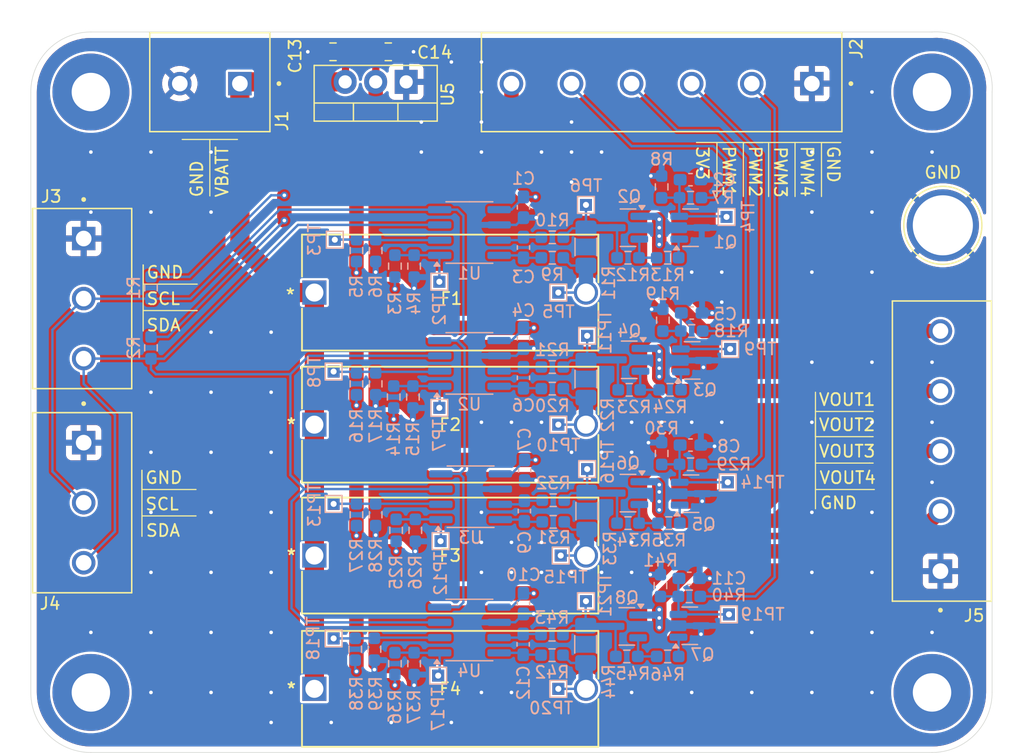
<source format=kicad_pcb>
(kicad_pcb (version 20241229) (generator "pcbnew") (generator_version "9.0")
  (title_block (title "Heating Control Board") (date "2025-03-22") (rev "V1") (company "Project Group B - MOD 11") (comment 1 "Heating subgroup"))
  (layers (0 "F.Cu" signal) (2 "B.Cu" signal) (13 "F.Paste" user) (15 "B.Paste" user) (5 "F.SilkS" user "F.Silkscreen") (7 "B.SilkS" user "B.Silkscreen") (1 "F.Mask" user) (3 "B.Mask" user) (25 "Edge.Cuts" user))
  (net 0 "")
  (net 1 "+3V3")
  (net 2 "GND")
  (net 3 "Net-(Q1-G)")
  (net 4 "Net-(U1-IN-)")
  (net 5 "Net-(U1-IN+)")
  (net 6 "Net-(Q3-G)")
  (net 7 "Net-(U2-IN+)")
  (net 8 "Net-(U2-IN-)")
  (net 9 "Net-(Q5-G)")
  (net 10 "Net-(U3-IN-)")
  (net 11 "Net-(U3-IN+)")
  (net 12 "Net-(Q7-G)")
  (net 13 "Net-(U4-IN+)")
  (net 14 "Net-(U4-IN-)")
  (net 15 "Net-(F1-Pad2)")
  (net 16 "VBATT")
  (net 17 "Net-(F2-Pad2)")
  (net 18 "Net-(F3-Pad2)")
  (net 19 "Net-(F4-Pad2)")
  (net 20 "/PWM2")
  (net 21 "/PWM1")
  (net 22 "/PWM4")
  (net 23 "/PWM3")
  (net 24 "/SCL")
  (net 25 "/SDA")
  (net 26 "/VOUT2")
  (net 27 "/VOUT3")
  (net 28 "/VOUT4")
  (net 29 "/VOUT1")
  (net 30 "Net-(Q1-D)")
  (net 31 "Net-(Q2-G)")
  (net 32 "Net-(Q2-S)")
  (net 33 "Net-(Q3-D)")
  (net 34 "Net-(Q4-G)")
  (net 35 "Net-(Q4-S)")
  (net 36 "Net-(Q5-D)")
  (net 37 "Net-(Q6-S)")
  (net 38 "Net-(Q6-G)")
  (net 39 "Net-(Q7-D)")
  (net 40 "Net-(Q8-G)")
  (net 41 "Net-(Q8-S)")
  (net 42 "Net-(U1-A1)")
  (net 43 "Net-(U1-A0)")
  (net 44 "Net-(U2-A1)")
  (net 45 "Net-(U2-A0)")
  (net 46 "Net-(U3-A1)")
  (net 47 "Net-(U3-A0)")
  (net 48 "Net-(U4-A1)")
  (net 49 "Net-(U4-A0)")
  (footprint "HeatingBoard:PHOENIX_1935200" (layer "F.Cu") (at 177.5 70.05 180)
    (property "Reference" "J2")
    (property "Value" "Conn_01x06")
  )
  (footprint "MountingHole:MountingHole_3.2mm_M3_Pad" (layer "F.Cu") (at 115 125)
    (property "Reference" "H4" (hide yes))
    (property "Value" "MountingHole_Pad")
  )
  (footprint "HeatingBoard:PHOENIX_1935161" (layer "F.Cu") (at 129.9 70.05 180)
    (property "Reference" "J1")
    (property "Value" "Conn_01x02")
  )
  (footprint "HeatingBoard:PHOENIX_1935174" (layer "F.Cu") (at 110.15 84.7 -90)
    (property "Reference" "J3")
    (property "Value" "Conn_01x03")
  )
  (footprint "HeatingBoard:FUSE_0PTF0078P_LTF" (layer "F.Cu") (at 133.6 102.7)
    (property "Reference" "F2")
    (property "Value" "3A fuse")
  )
  (footprint "HeatingBoard:PHOENIX_1935190" (layer "F.Cu") (at 189.95 117.4 90)
    (property "Reference" "J5")
    (property "Value" "Conn_01x05")
  )
  (footprint "HeatingBoard:FUSE_0PTF0078P_LTF" (layer "F.Cu") (at 133.6 124.7)
    (property "Reference" "F4")
    (property "Value" "3A fuse")
  )
  (footprint "MountingHole:MountingHole_3.2mm_M3_Pad" (layer "F.Cu") (at 115 75)
    (property "Reference" "H3" (hide yes))
    (property "Value" "MountingHole_Pad")
  )
  (footprint "HeatingBoard:FUSE_0PTF0078P_LTF" (layer "F.Cu") (at 133.6 113.6)
    (property "Reference" "F3")
    (property "Value" "3A fuse")
  )
  (footprint "Capacitor_SMD:C_0805_2012Metric_Pad1.18x1.45mm_HandSolder" (layer "F.Cu") (at 139.75 71.65)
    (property "Reference" "C14")
    (property "Value" "10u")
  )
  (footprint "Capacitor_SMD:C_0805_2012Metric_Pad1.18x1.45mm_HandSolder" (layer "F.Cu") (at 135.15 71.65 180)
    (property "Reference" "C13")
    (property "Value" "10u")
  )
  (footprint "HeatingBoard:FUSE_0PTF0078P_LTF" (layer "F.Cu") (at 133.6 91.7)
    (property "Reference" "F1")
    (property "Value" "3A fuse")
  )
  (footprint "MountingHole:MountingHole_3.2mm_M3_Pad" (layer "F.Cu") (at 185 125)
    (property "Reference" "H2" (hide yes))
    (property "Value" "MountingHole_Pad")
  )
  (footprint "TestPoint:TestPoint_Plated_Hole_D5.0mm" (layer "F.Cu") (at 185.9 86.1)
    (property "Reference" "GND")
    (property "Value" "TestPoint")
  )
  (footprint "HeatingBoard:PHOENIX_1935174" (layer "F.Cu") (at 110.15 101.7 -90)
    (property "Reference" "J4")
    (property "Value" "Conn_01x03")
  )
  (footprint "Package_TO_SOT_THT:TO-220-3_Vertical" (layer "F.Cu") (at 141.24 74.155 180)
    (property "Reference" "U5")
    (property "Value" "AZ1117-3.3")
  )
  (footprint "MountingHole:MountingHole_3.2mm_M3_Pad" (layer "F.Cu") (at 185 75)
    (property "Reference" "H1" (hide yes))
    (property "Value" "MountingHole_Pad")
  )
  (footprint "Resistor_SMD:R_0603_1608Metric_Pad0.98x0.95mm_HandSolder" (layer "B.Cu") (at 164.9 83.8 180)
    (property "Reference" "R7")
    (property "Value" "0R")
  )
  (footprint "TestPoint:TestPoint_THTPad_1.0x1.0mm_Drill0.5mm" (layer "B.Cu") (at 135.2 98.27675)
    (property "Reference" "TP8")
    (property "Value" "TestPoint")
  )
  (footprint "Resistor_SMD:R_0603_1608Metric_Pad0.98x0.95mm_HandSolder" (layer "B.Cu") (at 153.4 87.1 180)
    (property "Reference" "R10")
    (property "Value" "0R")
  )
  (footprint "TestPoint:TestPoint_THTPad_1.0x1.0mm_Drill0.5mm" (layer "B.Cu") (at 154.1 113.6 180)
    (property "Reference" "TP15")
    (property "Value" "TestPoint")
  )
  (footprint "Resistor_SMD:R_0603_1608Metric_Pad0.98x0.95mm_HandSolder" (layer "B.Cu") (at 137.1 110.2 90)
    (property "Reference" "R27")
    (property "Value" "DNP")
  )
  (footprint "TestPoint:TestPoint_THTPad_1.0x1.0mm_Drill0.5mm" (layer "B.Cu") (at 144 101.3)
    (property "Reference" "TP7")
    (property "Value" "TestPoint")
  )
  (footprint "Package_TO_SOT_SMD:SOT-23" (layer "B.Cu") (at 164.8375 119.45)
    (property "Reference" "Q7")
    (property "Value" "T2N7002AK,LM")
  )
  (footprint "TestPoint:TestPoint_THTPad_1.0x1.0mm_Drill0.5mm" (layer "B.Cu") (at 156.3 106.4 180)
    (property "Reference" "TP16")
    (property "Value" "TestPoint")
  )
  (footprint "Resistor_SMD:R_0603_1608Metric_Pad0.98x0.95mm_HandSolder" (layer "B.Cu") (at 138.7 99.3 -90)
    (property "Reference" "R17")
    (property "Value" "10k")
  )
  (footprint "Resistor_SMD:R_0603_1608Metric_Pad0.98x0.95mm_HandSolder" (layer "B.Cu") (at 153.375 120.195 180)
    (property "Reference" "R43")
    (property "Value" "0R")
  )
  (footprint "Resistor_SMD:R_0603_1608Metric_Pad0.98x0.95mm_HandSolder" (layer "B.Cu") (at 165 94.9 180)
    (property "Reference" "R18")
    (property "Value" "0R")
  )
  (footprint "Package_TO_SOT_SMD:SOT-23" (layer "B.Cu") (at 159.8 97.3 180)
    (property "Reference" "Q4")
    (property "Value" "DMP3099L")
  )
  (footprint "Resistor_SMD:R_0603_1608Metric_Pad0.98x0.95mm_HandSolder" (layer "B.Cu") (at 164.8 117 180)
    (property "Reference" "R40")
    (property "Value" "0R")
  )
  (footprint "Resistor_SMD:R_0603_1608Metric_Pad0.98x0.95mm_HandSolder" (layer "B.Cu") (at 141.8 100.4 -90)
    (property "Reference" "R15")
    (property "Value" "10k")
  )
  (footprint "TestPoint:TestPoint_THTPad_1.0x1.0mm_Drill0.5mm" (layer "B.Cu") (at 135.2 109.3 180)
    (property "Reference" "TP13")
    (property "Value" "TestPoint")
  )
  (footprint "Resistor_SMD:R_0603_1608Metric_Pad0.98x0.95mm_HandSolder" (layer "B.Cu") (at 120 96.3 -90)
    (property "Reference" "R2")
    (property "Value" "2k2")
  )
  (footprint "TestPoint:TestPoint_THTPad_1.0x1.0mm_Drill0.5mm" (layer "B.Cu") (at 143.9 123.6 180)
    (property "Reference" "TP17")
    (property "Value" "TestPoint")
  )
  (footprint "Capacitor_SMD:C_0603_1608Metric_Pad1.08x0.95mm_HandSolder" (layer "B.Cu") (at 164.8 115.5)
    (property "Reference" "C11")
    (property "Value" "DNP")
  )
  (footprint "Resistor_SMD:R_0603_1608Metric_Pad0.98x0.95mm_HandSolder" (layer "B.Cu") (at 140.4 111.5 90)
    (property "Reference" "R25")
    (property "Value" "DNP")
  )
  (footprint "Package_SO:SOIC-8_3.9x4.9mm_P1.27mm" (layer "B.Cu") (at 146.5 119.8)
    (property "Reference" "U4")
    (property "Value" "INA219BxD")
  )
  (footprint "Resistor_SMD:R_0603_1608Metric_Pad0.98x0.95mm_HandSolder" (layer "B.Cu") (at 153.4 99.7)
    (property "Reference" "R20")
    (property "Value" "0R")
  )
  (footprint "Capacitor_SMD:C_0603_1608Metric_Pad1.08x0.95mm_HandSolder" (layer "B.Cu") (at 150.975 120.995 90)
    (property "Reference" "C12")
    (property "Value" "DNP")
  )
  (footprint "TestPoint:TestPoint_THTPad_1.0x1.0mm_Drill0.5mm" (layer "B.Cu") (at 135.3 87.3 180)
    (property "Reference" "TP3")
    (property "Value" "TestPoint")
  )
  (footprint "Resistor_SMD:R_0603_1608Metric_Pad0.98x0.95mm_HandSolder" (layer "B.Cu") (at 163 122)
    (property "Reference" "R46")
    (property "Value" "10k")
  )
  (footprint "Capacitor_SMD:C_0603_1608Metric_Pad1.08x0.95mm_HandSolder" (layer "B.Cu") (at 151.075 109.895 90)
    (property "Reference" "C9")
    (property "Value" "DNP")
  )
  (footprint "Resistor_SMD:R_0603_1608Metric_Pad0.98x0.95mm_HandSolder" (layer "B.Cu") (at 163.2 99.8)
    (property "Reference" "R24")
    (property "Value" "10k")
  )
  (footprint "Resistor_SMD:R_0603_1608Metric_Pad0.98x0.95mm_HandSolder" (layer "B.Cu") (at 137.1 88.2 90)
    (property "Reference" "R5")
    (property "Value" "DNP")
  )
  (footprint "Capacitor_SMD:C_0603_1608Metric_Pad1.08x0.95mm_HandSolder" (layer "B.Cu") (at 164.9 82.3)
    (property "Reference" "C2")
    (property "Value" "DNP")
  )
  (footprint "TestPoint:TestPoint_THTPad_1.0x1.0mm_Drill0.5mm" (layer "B.Cu") (at 153.9 124.7 180)
    (property "Reference" "TP20")
    (property "Value" "TestPoint")
  )
  (footprint "TestPoint:TestPoint_THTPad_1.0x1.0mm_Drill0.5mm" (layer "B.Cu") (at 153.9 102.7)
    (property "Reference" "TP10")
    (property "Value" "TestPoint")
  )
  (footprint "Resistor_SMD:R_1206_3216Metric_Pad1.30x1.75mm_HandSolder" (layer "B.Cu") (at 156.2 98.9 90)
    (property "Reference" "R22")
    (property "Value" "0.1R")
  )
  (footprint "Resistor_SMD:R_1206_3216Metric_Pad1.30x1.75mm_HandSolder" (layer "B.Cu") (at 156.175 120.995 90)
    (property "Reference" "R44")
    (property "Value" "0.1R")
  )
  (footprint "Capacitor_SMD:C_0603_1608Metric_Pad1.08x0.95mm_HandSolder" (layer "B.Cu") (at 151 98.8 90)
    (property "Reference" "C6")
    (property "Value" "DNP")
  )
  (footprint "TestPoint:TestPoint_THTPad_1.0x1.0mm_Drill0.5mm" (layer "B.Cu") (at 168.2 96.4 180)
    (property "Reference" "TP9")
    (property "Value" "TestPoint")
  )
  (footprint "Capacitor_SMD:C_0603_1608Metric_Pad1.08x0.95mm_HandSolder" (layer "B.Cu") (at 164.9 104.4)
    (property "Reference" "C8")
    (property "Value" "DNP")
  )
  (footprint "Resistor_SMD:R_0603_1608Metric_Pad0.98x0.95mm_HandSolder" (layer "B.Cu") (at 142 111.5 -90)
    (property "Reference" "R26")
    (property "Value" "10k")
  )
  (footprint "Capacitor_SMD:C_0603_1608Metric_Pad1.08x0.95mm_HandSolder" (layer "B.Cu") (at 151 95.5 -90)
    (property "Reference" "C4")
    (property "Value" "100n")
  )
  (footprint "TestPoint:TestPoint_THTPad_1.0x1.0mm_Drill0.5mm" (layer "B.Cu") (at 156.3 95.3)
    (property "Reference" "TP11")
    (property "Value" "TestPoint")
  )
  (footprint "Resistor_SMD:R_0603_1608Metric_Pad0.98x0.95mm_HandSolder" (layer "B.Cu") (at 153.475 108.995 180)
    (property "Reference" "R32")
    (property "Value" "0R")
  )
  (footprint "Resistor_SMD:R_0603_1608Metric_Pad0.98x0.95mm_HandSolder" (layer "B.Cu") (at 162.4 116.1 90)
    (property "Reference" "R41")
    (property "Value" "10k")
  )
  (footprint "TestPoint:TestPoint_THTPad_1.0x1.0mm_Drill0.5mm" (layer "B.Cu") (at 167.9 85.4 180)
    (property "Reference" "TP4")
    (property "Value" "TestPoint")
  )
  (footprint "Resistor_SMD:R_0603_1608Metric_Pad0.98x0.95mm_HandSolder" (layer "B.Cu") (at 138.7 88.2 -90)
    (property "Reference" "R6")
    (property "Value" "10k")
  )
  (footprint "TestPoint:TestPoint_THTPad_1.0x1.0mm_Drill0.5mm" (layer "B.Cu") (at 153.9 91.7 180)
    (property "Reference" "TP5")
    (property "Value" "TestPoint")
  )
  (footprint "Capacitor_SMD:C_0603_1608Metric_Pad1.08x0.95mm_HandSolder" (layer "B.Cu") (at 151 117.6 -90)
    (property "Reference" "C10")
    (property "Value" "100n")
  )
  (footprint "Resistor_SMD:R_0603_1608Metric_Pad0.98x0.95mm_HandSolder" (layer "B.Cu") (at 163 88.8)
    (property "Reference" "R13")
    (property "Value" "10k")
  )
  (footprint "Resistor_SMD:R_0603_1608Metric_Pad0.98x0.95mm_HandSolder" (layer "B.Cu") (at 153.475 110.795)
    (property "Reference" "R31")
    (property "Value" "0R")
  )
  (footprint "Resistor_SMD:R_0603_1608Metric_Pad0.98x0.95mm_HandSolder" (layer "B.Cu") (at 164.9 106 180)
    (property "Reference" "R29")
    (property "Value" "0R")
  )
  (footprint "Capacitor_SMD:C_0603_1608Metric_Pad1.08x0.95mm_HandSolder" (layer "B.Cu") (at 151 84.6 -90)
    (property "Reference" "C1")
    (property "Value" "100n")
  )
  (footprint "Package_SO:SOIC-8_3.9x4.9mm_P1.27mm" (layer "B.Cu") (at 146.6 108.7)
    (property "Reference" "U3")
    (property "Value" "INA219BxD")
  )
  (footprint "TestPoint:TestPoint_THTPad_1.0x1.0mm_Drill0.5mm" (layer "B.Cu") (at 144 90.8 180)
    (property "Reference" "TP2")
    (property "Value" "TestPoint")
  )
  (footprint "Resistor_SMD:R_0603_1608Metric_Pad0.98x0.95mm_HandSolder" (layer "B.Cu") (at 153.375 121.895)
    (property "Reference" "R42")
    (property "Value" "0R")
  )
  (footprint "Resistor_SMD:R_0603_1608Metric_Pad0.98x0.95mm_HandSolder" (layer "B.Cu") (at 159.7 110.9)
    (property "Reference" "R34")
    (property "Value" "10k")
  )
  (footprint "Resistor_SMD:R_0603_1608Metric_Pad0.98x0.95mm_HandSolder" (layer "B.Cu") (at 162.6 94 90)
    (property "Reference" "R19")
    (property "Value" "10k")
  )
  (footprint "Package_TO_SOT_SMD:SOT-23" (layer "B.Cu") (at 159.7 86.3 180)
    (property "Reference" "Q2")
    (property "Value" "DMP3099L")
  )
  (footprint "Capacitor_SMD:C_0603_1608Metric_Pad1.08x0.95mm_HandSolder" (layer "B.Cu") (at 151 87.95 90)
    (property "Reference" "C3")
    (property "Value" "DNP")
  )
  (footprint "Resistor_SMD:R_0603_1608Metric_Pad0.98x0.95mm_HandSolder" (layer "B.Cu") (at 162.5 82.9 90)
    (property "Reference" "R8")
    (property "Value" "10k")
  )
  (footprint "Package_SO:SOIC-8_3.9x4.9mm_P1.27mm" (layer "B.Cu") (at 146.5 97.6)
    (property "Reference" "U2")
    (property "Value" "INA219BxD")
  )
  (footprint "Resistor_SMD:R_0603_1608Metric_Pad0.98x0.95mm_HandSolder" (layer "B.Cu") (at 153.4 88.8)
    (property "Reference" "R9")
    (property "Value" "0R")
  )
  (footprint "Package_TO_SOT_SMD:SOT-23" (layer "B.Cu") (at 159.7 108.4 180)
    (property "Reference" "Q6")
    (property "Value" "DMP3099L")
  )
  (footprint "Resistor_SMD:R_0603_1608Metric_Pad0.98x0.95mm_HandSolder" (layer "B.Cu") (at 137 121.4 90)
    (property "Reference" "R38")
    (property "Value" "DNP")
  )
  (footprint "Package_TO_SOT_SMD:SOT-23" (layer "B.Cu") (at 165.0375 97.35)
    (property "Reference" "Q3")
    (property "Value" "T2N7002AK,LM")
  )
  (footprint "Capacitor_SMD:C_0603_1608Metric_Pad1.08x0.95mm_HandSolder" (layer "B.Cu") (at 151.1 106.5 -90)
    (property "Reference" "C7")
    (property "Value" "100n")
  )
  (footprint "Resistor_SMD:R_0603_1608Metric_Pad0.98x0.95mm_HandSolder" (layer "B.Cu") (at 120 91.3 -90)
    (property "Reference" "R1")
    (property "Value" "2k2")
  )
  (footprint "Resistor_SMD:R_0603_1608Metric_Pad0.98x0.95mm_HandSolder" (layer "B.Cu") (at 153.4 97.9 180)
    (property "Reference" "R21")
    (property "Value" "0R")
  )
  (footprint "Capacitor_SMD:C_0603_1608Metric_Pad1.08x0.95mm_HandSolder" (layer "B.Cu") (at 165 93.4)
    (property "Reference" "C5")
    (property "Value" "DNP")
  )
  (footprint "Package_SO:SOIC-8_3.9x4.9mm_P1.27mm" (layer "B.Cu") (at 146.5 86.7)
    (property "Reference" "U1")
    (property "Value" "INA219BxD")
  )
  (footprint "Resistor_SMD:R_1206_3216Metric_Pad1.30x1.75mm_HandSolder" (layer "B.Cu") (at 156.275 109.895 90)
    (property "Reference" "R33")
    (property "Value" "0.1R")
  )
  (footprint "Package_TO_SOT_SMD:SOT-23" (layer "B.Cu") (at 159.6 119.5 180)
    (property "Reference" "Q8")
    (property "Value" "DMP3099L")
  )
  (footprint "Resistor_SMD:R_0603_1608Metric_Pad0.98x0.95mm_HandSolder" (layer "B.Cu") (at 159.8 99.8)
    (property "Reference" "R23")
    (property "Value" "10k")
  )
  (footprint "Resistor_SMD:R_0603_1608Metric_Pad0.98x0.95mm_HandSolder" (layer "B.Cu") (at 159.7 88.8)
    (property "Reference" "R12")
    (property "Value" "10k")
  )
  (footprint "Resistor_SMD:R_0603_1608Metric_Pad0.98x0.95mm_HandSolder" (layer "B.Cu") (at 138.6 121.4 -90)
    (property "Reference" "R39")
    (property "Value" "10k")
  )
  (footprint "Resistor_SMD:R_0603_1608Metric_Pad0.98x0.95mm_HandSolder" (layer "B.Cu") (at 138.7 110.2 -90)
    (property "Reference" "R28")
    (property "Value" "10k")
  )
  (footprint "Resistor_SMD:R_0603_1608Metric_Pad0.98x0.95mm_HandSolder" (layer "B.Cu") (at 141.9 122.6 -90)
    (property "Reference" "R37")
    (property "Value" "10k")
  )
  (footprint "TestPoint:TestPoint_THTPad_1.0x1.0mm_Drill0.5mm" (layer "B.Cu") (at 144.1 112.4 180)
    (property "Reference" "TP12")
    (property "Value" "TestPoint")
  )
  (footprint "Resistor_SMD:R_0603_1608Metric_Pad0.98x0.95mm_HandSolder" (layer "B.Cu") (at 140.2 100.4 90)
    (property "Reference" "R14")
    (property "Value" "DNP")
  )
  (footprint "Resistor_SMD:R_0603_1608Metric_Pad0.98x0.95mm_HandSolder" (layer "B.Cu") (at 141.9 89.5 -90)
    (property "Reference" "R4")
    (property "Value" "10k")
  )
  (footprint "Package_TO_SOT_SMD:SOT-23" (layer "B.Cu") (at 164.9375 108.45)
    (property "Reference" "Q5")
    (property "Value" "T2N7002AK,LM")
  )
  (footprint "TestPoint:TestPoint_THTPad_1.0x1.0mm_Drill0.5mm" (layer "B.Cu") (at 135.2 120.5 180)
    (property "Reference" "TP18")
    (property "Value" "TestPoint")
  )
  (footprint "TestPoint:TestPoint_THTPad_1.0x1.0mm_Drill0.5mm" (layer "B.Cu") (at 156.2 84.4 180)
    (property "Reference" "TP6")
    (property "Value" "TestPoint")
  )
  (footprint "Resistor_SMD:R_0603_1608Metric_Pad0.98x0.95mm_HandSolder" (layer "B.Cu") (at 163.1 110.9)
    (property "Reference" "R35")
    (property "Value" "10k")
  )
  (footprint "TestPoint:TestPoint_THTPad_1.0x1.0mm_Drill0.5mm" (layer "B.Cu") (at 168.1 118.5 180)
    (property "Reference" "TP19")
    (property "Value" "TestPoint")
  )
  (footprint "Package_TO_SOT_SMD:SOT-23" (layer "B.Cu") (at 164.9 86.3)
    (property "Reference" "Q1")
    (property "Value" "T2N7002AK,LM")
  )
  (footprint "Resistor_SMD:R_1206_3216Metric_Pad1.30x1.75mm_HandSolder" (layer "B.Cu") (at 156.2 87.9 90)
    (property "Reference" "R11")
    (property "Value" "0.1R")
  )
  (footprint "Resistor_SMD:R_0603_1608Metric_Pad0.98x0.95mm_HandSolder" (layer "B.Cu") (at 140.3 89.5 90)
    (property "Reference" "R3")
    (property "Value" "DNP")
  )
  (footprint "Resistor_SMD:R_0603_1608Metric_Pad0.98x0.95mm_HandSolder" (layer "B.Cu") (at 162.5 105.1 90)
    (property "Reference" "R30")
    (property "Value" "10k")
  )
  (footprint "Resistor_SMD:R_0603_1608Metric_Pad0.98x0.95mm_HandSolder" (layer "B.Cu") (at 159.6 122)
    (property "Reference" "R45")
    (property "Value" "10k")
  )
  (footprint "TestPoint:TestPoint_THTPad_1.0x1.0mm_Drill0.5mm" (layer "B.Cu") (at 156.2 117.4 180)
    (property "Reference" "TP21")
    (property "Value" "TestPoint")
  )
  (footprint "Resistor_SMD:R_0603_1608Metric_Pad0.98x0.95mm_HandSolder" (layer "B.Cu") (at 137.1 99.3 90)
    (property "Reference" "R16")
    (property "Value" "DNP")
  )
  (footprint "Resistor_SMD:R_0603_1608Metric_Pad0.98x0.95mm_HandSolder" (layer "B.Cu") (at 140.3 122.6 90)
    (property "Reference" "R36")
    (property "Value" "DNP")
  )
  (footprint "TestPoint:TestPoint_THTPad_1.0x1.0mm_Drill0.5mm" (layer "B.Cu") (at 168 107.5 180)
    (property "Reference" "TP14")
    (property "Value" "TestPoint")
  )
  (gr_line (start 119.35 89.4) (end 119.35 91) (stroke (width 0.1)) (layer "F.SilkS"))
  (gr_line (start 127.2 78.95) (end 122.6 78.95) (stroke (width 0.1)) (layer "F.SilkS"))
  (gr_line (start 170.9 79.2) (end 169.3 79.2) (stroke (width 0.1)) (layer "F.SilkS"))
  (gr_line (start 175.3 105.9) (end 179.8 105.9) (stroke (width 0.1)) (layer "F.SilkS"))
  (gr_line (start 119.35 91) (end 123.85 91) (stroke (width 0.1)) (layer "F.SilkS"))
  (gr_line (start 175.8 79.2) (end 175.8 83.7) (stroke (width 0.1)) (layer "F.SilkS"))
  (gr_line (start 119.35 93.2) (end 123.85 93.2) (stroke (width 0.1)) (layer "F.SilkS"))
  (gr_line (start 179.8 105.9) (end 180.1 105.9) (stroke (width 0.1)) (layer "F.SilkS"))
  (gr_line (start 173.6 79.2) (end 173.6 83.7) (stroke (width 0.1)) (layer "F.SilkS"))
  (gr_line (start 175.3 109.7) (end 175.3 100) (stroke (width 0.1)) (layer "F.SilkS"))
  (gr_line (start 119.35 94.9) (end 119.35 89.4) (stroke (width 0.1)) (layer "F.SilkS"))
  (gr_line (start 177.4 79.2) (end 175.8 79.2) (stroke (width 0.1)) (layer "F.SilkS"))
  (gr_line (start 167.1 79.2) (end 167.1 83.7) (stroke (width 0.1)) (layer "F.SilkS"))
  (gr_line (start 171.9 79.2) (end 177.4 79.2) (stroke (width 0.1)) (layer "F.SilkS"))
  (gr_line (start 119.25 112) (end 119.25 106.5) (stroke (width 0.1)) (layer "F.SilkS"))
  (gr_line (start 170.9 79.2) (end 171.9 79.2) (stroke (width 0.1)) (layer "F.SilkS"))
  (gr_line (start 175.3 108.1) (end 180.2 108.1) (stroke (width 0.1)) (layer "F.SilkS"))
  (gr_line (start 169.3 79.2) (end 169.3 83.7) (stroke (width 0.1)) (layer "F.SilkS"))
  (gr_line (start 119.25 110.3) (end 123.75 110.3) (stroke (width 0.1)) (layer "F.SilkS"))
  (gr_line (start 119.25 106.5) (end 119.25 108.1) (stroke (width 0.1)) (layer "F.SilkS"))
  (gr_line (start 175.3 101.6) (end 180.1 101.6) (stroke (width 0.1)) (layer "F.SilkS"))
  (gr_line (start 175.3 102.1) (end 175.3 103.7) (stroke (width 0.1)) (layer "F.SilkS"))
  (gr_line (start 171.4 79.2) (end 171.4 83.7) (stroke (width 0.1)) (layer "F.SilkS"))
  (gr_line (start 175.3 103.7) (end 179.8 103.7) (stroke (width 0.1)) (layer "F.SilkS"))
  (gr_line (start 119.25 108.1) (end 123.75 108.1) (stroke (width 0.1)) (layer "F.SilkS"))
  (gr_line (start 179.8 103.7) (end 180.1 103.7) (stroke (width 0.1)) (layer "F.SilkS"))
  (gr_line (start 124.9 78.95) (end 124.9 83.65) (stroke (width 0.1)) (layer "F.SilkS"))
  (gr_line (start 165.4 79.2) (end 170.9 79.2) (stroke (width 0.1)) (layer "F.SilkS"))
  (gr_arc (start 185 70) (mid 188.642174 71.357825) (end 190 75) (stroke (width 0.05)) (layer "Edge.Cuts"))
  (gr_line (start 115 70) (end 185 70) (stroke (width 0.05)) (layer "Edge.Cuts"))
  (gr_line (start 115 130) (end 185 130) (stroke (width 0.05)) (layer "Edge.Cuts"))
  (gr_arc (start 115 130) (mid 111.464466 128.535534) (end 110 125) (stroke (width 0.05)) (layer "Edge.Cuts"))
  (gr_arc (start 190 125) (mid 188.535534 128.535534) (end 185 130) (stroke (width 0.05)) (layer "Edge.Cuts"))
  (gr_line (start 110 125) (end 110 75) (stroke (width 0.05)) (layer "Edge.Cuts"))
  (gr_line (start 190 75) (end 190 125) (stroke (width 0.05)) (layer "Edge.Cuts"))
  (gr_arc (start 110 75) (mid 111.464466 71.464466) (end 115 70) (stroke (width 0.05)) (layer "Edge.Cuts"))
  (gr_text "SDA" (at 119.5 112.1 0) (layer "F.SilkS") (effects (font (size 1 1)) (justify left bottom)))
  (gr_text "PWM2" (at 169.7 79.4 270) (layer "F.SilkS") (effects (font (size 1 1)) (justify left bottom)))
  (gr_text "VOUT2" (at 175.5 103.3 0) (layer "F.SilkS") (effects (font (size 1 1)) (justify left bottom)))
  (gr_text "3V3" (at 165.3 79.45 270) (layer "F.SilkS") (effects (font (size 1 1)) (justify left bottom)))
  (gr_text "VOUT1" (at 175.5 101.2 0) (layer "F.SilkS") (effects (font (size 1 1)) (justify left bottom)))
  (gr_text "PWM1" (at 167.5 79.4 270) (layer "F.SilkS") (effects (font (size 1 1)) (justify left bottom)))
  (gr_text "SCL\n" (at 119.55 92.8 0) (layer "F.SilkS") (effects (font (size 1 1)) (justify left bottom)))
  (gr_text "SCL\n" (at 119.45 109.9 0) (layer "F.SilkS") (effects (font (size 1 1)) (justify left bottom)))
  (gr_text "SDA" (at 119.55 95 0) (layer "F.SilkS") (effects (font (size 1 1)) (justify left bottom)))
  (gr_text "VBATT\n" (at 126.5 83.85 90) (layer "F.SilkS") (effects (font (size 1 1)) (justify left bottom)))
  (gr_text "VOUT4" (at 175.55 107.7 0) (layer "F.SilkS") (effects (font (size 1 1)) (justify left bottom)))
  (gr_text "GND" (at 175.6 109.8 0) (layer "F.SilkS") (effects (font (size 1 1)) (justify left bottom)))
  (gr_text "GND\n" (at 119.45 107.7 0) (layer "F.SilkS") (effects (font (size 1 1)) (justify left bottom)))
  (gr_text "PWM3" (at 171.8 79.45 270) (layer "F.SilkS") (effects (font (size 1 1)) (justify left bottom)))
  (gr_text "VOUT3" (at 175.5 105.5 0) (layer "F.SilkS") (effects (font (size 1 1)) (justify left bottom)))
  (gr_text "PWM4" (at 174 79.4 270) (layer "F.SilkS") (effects (font (size 1 1)) (justify left bottom)))
  (gr_text "GND\n" (at 176.2 79.4 270) (layer "F.SilkS") (effects (font (size 1 1)) (justify left bottom)))
  (gr_text "GND\n" (at 119.55 90.6 0) (layer "F.SilkS") (effects (font (size 1 1)) (justify left bottom)))
  (gr_text "GND\n" (at 124.4 83.85 90) (layer "F.SilkS") (effects (font (size 1 1)) (justify left bottom)))
  (segment (start 143.5375 94.6375) (end 140.3 91.4) (width 1.2) (layer "F.Cu") (net 1))
  (segment (start 131.1 85.7) (end 131.1 83.6) (width 1.2) (layer "F.Cu") (net 1))
  (segment (start 143.9 116.75) (end 140.4 113.25) (width 1.2) (layer "F.Cu") (net 1))
  (segment (start 137.1 90.05) (end 137.1 91.4) (width 1.2) (layer "F.Cu") (net 1))
  (segment (start 138.25 124.4) (end 140.3 124.4) (width 1.2) (layer "F.Cu") (net 1))
  (segment (start 152 105.6375) (end 143.5875 105.6375) (width 1.2) (layer "F.Cu") (net 1))
  (segment (start 132.9625 81.7375) (end 131.1 83.6) (width 1.2) (layer "F.Cu") (net 1))
  (segment (start 137.1 111.95) (end 137.1 113.3) (width 1.2) (layer "F.Cu") (net 1))
  (segment (start 150 81.7375) (end 132.9625 81.7375) (width 1.2) (layer "F.Cu") (net 1))
  (segment (start 138.7 74.155) (end 138.7 81.7375) (width 1.2) (layer "F.Cu") (net 1))
  (segment (start 143.5875 105.6375) (end 140.2 102.25) (width 1.2) (layer "F.Cu") (net 1))
  (segment (start 138.7125 71.65) (end 138.7125 74.1425) (width 0.6) (layer "F.Cu") (net 1))
  (segment (start 151.8625 94.6375) (end 143.5375 94.6375) (width 1.2) (layer "F.Cu") (net 1))
  (segment (start 137.15 113.25) (end 137.1 113.3) (width 0.2) (layer "F.Cu") (net 1))
  (segment (start 137.1 123.25) (end 137.1 113.3) (width 1.2) (layer "F.Cu") (net 1))
  (segment (start 137.1 82.1375) (end 137.1 90.05) (width 1.2) (layer "F.Cu") (net 1))
  (segment (start 137.1 91.4) (end 137.1 101.1) (width 1.2) (layer "F.Cu") (net 1))
  (segment (start 137.15 102.25) (end 137.1 102.3) (width 0.2) (layer "F.Cu") (net 1))
  (segment (start 140.3 91.4) (end 137.1 91.4) (width 1.2) (layer "F.Cu") (net 1))
  (segment (start 137.1 123.25) (end 138.25 124.4) (width 1.2) (layer "F.Cu") (net 1))
  (segment (start 150 80.9) (end 150 81.7375) (width 1.2) (layer "F.Cu") (net 1))
  (segment (start 151.85 116.75) (end 143.9 116.75) (width 1.2) (layer "F.Cu") (net 1))
  (segment (start 140.2 102.25) (end 137.15 102.25) (width 1.2) (layer "F.Cu") (net 1))
  (segment (start 150 81.7375) (end 152 83.7375) (width 1.2) (layer "F.Cu") (net 1))
  (segment (start 137.1 102.3) (end 137.1 101.1) (width 1.2) (layer "F.Cu") (net 1))
  (segment (start 137.1 111.95) (end 137.1 102.3) (width 1.2) (layer "F.Cu") (net 1))
  (segment (start 140.4 113.25) (end 137.15 113.25) (width 1.2) (layer "F.Cu") (net 1))
  (segment (start 150 74.2) (end 150 80.9) (width 1.2) (layer "F.Cu") (net 1))
  (via (at 131.1 83.6) (size 0.6) (drill 0.3) (layers "F.Cu" "B.Cu") (net 1))
  (via (at 152 105.6375) (size 0.5) (drill 0.3) (layers "F.Cu" "B.Cu") (net 1))
  (via (at 140.3 91.4) (size 0.5) (drill 0.3) (layers "F.Cu" "B.Cu") (net 1))
  (via (at 151.85 116.75) (size 0.5) (drill 0.3) (layers "F.Cu" "B.Cu") (net 1))
  (via (at 137.1 123.25) (size 0.5) (drill 0.3) (layers "F.Cu" "B.Cu") (net 1))
  (via (at 151.8625 94.6375) (size 0.5) (drill 0.3) (layers "F.Cu" "B.Cu") (net 1))
  (via (at 152 83.7375) (size 0.5) (drill 0.3) (layers "F.Cu" "B.Cu") (net 1))
  (via (at 140.2 102.25) (size 0.5) (drill 0.3) (layers "F.Cu" "B.Cu") (net 1))
  (via (at 140.3 124.4) (size 0.5) (drill 0.3) (layers "F.Cu" "B.Cu") (net 1))
  (via (at 137.1 111.95) (size 0.5) (drill 0.3) (layers "F.Cu" "B.Cu") (net 1))
  (via (at 137.1 101.1) (size 0.5) (drill 0.3) (layers "F.Cu" "B.Cu") (net 1))
  (via (at 137.1 90.05) (size 0.5) (drill 0.3) (layers "F.Cu" "B.Cu") (net 1))
  (via (at 140.4 113.25) (size 0.5) (drill 0.3) (layers "F.Cu" "B.Cu") (net 1))
  (via (at 131.1 85.7) (size 0.6) (drill 0.3) (layers "F.Cu" "B.Cu") (net 1))
  (segment (start 137.1 123.25) (end 137 123.15) (width 0.2) (layer "B.Cu") (net 1))
  (segment (start 121.4125 95.3875) (end 120 95.3875) (width 0.2) (layer "B.Cu") (net 1))
  (segment (start 152.0375 83.7375) (end 152.1 83.8) (width 0.2) (layer "B.Cu") (net 1))
  (segment (start 151 83.8) (end 151 83.7375) (width 0.2) (layer "B.Cu") (net 1))
  (segment (start 151 94.7) (end 151 94.6375) (width 0.2) (layer "B.Cu") (net 1))
  (segment (start 151.8625 94.6375) (end 151.9 94.6) (width 0.2) (layer "B.Cu") (net 1))
  (segment (start 151.8375 116.7375) (end 151.85 116.75) (width 0.2) (layer "B.Cu") (net 1))
  (segment (start 151 116.7375) (end 151.8375 116.7375) (width 0.2) (layer "B.Cu") (net 1))
  (segment (start 150.005 106.795) (end 151.1 105.7) (width 0.2) (layer "B.Cu") (net 1))
  (segment (start 151 116.9) (end 151 116.7375) (width 0.2) (layer "B.Cu") (net 1))
  (segment (start 152 83.7375) (end 152.0375 83.7375) (width 0.2) (layer "B.Cu") (net 1))
  (segment (start 149.995 95.695) (end 150 95.7) (width 0.2) (layer "B.Cu") (net 1))
  (segment (start 148.975 95.695) (end 149.995 95.695) (width 0.2) (layer "B.Cu") (net 1))
  (segment (start 140.3 90.4125) (end 140.3 91.4) (width 0.2) (layer "B.Cu") (net 1))
  (segment (start 137.1 100.2125) (end 137.1 101.1) (width 0.2) (layer "B.Cu") (net 1))
  (segment (start 149.075 106.795) (end 150.005 106.795) (width 0.2) (layer "B.Cu") (net 1))
  (segment (start 140.2 101.3125) (end 140.2 102.25) (width 0.2) (layer "B.Cu") (net 1))
  (segment (start 150.005 117.895) (end 151 116.9) (width 0.2) (layer "B.Cu") (net 1))
  (segment (start 140.3 123.5125) (end 140.3 124.4) (width 0.2) (layer "B.Cu") (net 1))
  (segment (start 130 83.6) (end 123.2125 90.3875) (width 0.2) (layer "B.Cu") (net 1))
  (segment (start 137.1 89.1125) (end 137.1 90.05) (width 0.2) (layer "B.Cu") (net 1))
  (segment (start 148.975 117.895) (end 150.005 117.895) (width 0.2) (layer "B.Cu") (net 1))
  (segment (start 137.1 111.1125) (end 137.1 111.95) (width 0.2) (layer "B.Cu") (net 1))
  (segment (start 150 95.7) (end 151 94.7) (width 0.2) (layer "B.Cu") (net 1))
  (segment (start 151.1 105.6375) (end 152 105.6375) (width 0.2) (layer "B.Cu") (net 1))
  (segment (start 150.005 84.795) (end 151 83.8) (width 0.2) (layer "B.Cu") (net 1))
  (segment (start 148.975 84.795) (end 150.005 84.795) (width 0.2) (layer "B.Cu") (net 1))
  (segment (start 140.4 112.4125) (end 140.4 113.25) (width 0.2) (layer "B.Cu") (net 1))
  (segment (start 151 94.6375) (end 151.8625 94.6375) (width 0.2) (layer "B.Cu") (net 1))
  (segment (start 151 83.7375) (end 152 83.7375) (width 0.2) (layer "B.Cu") (net 1))
  (segment (start 151.1 105.7) (end 151.1 105.6375) (width 0.2) (layer "B.Cu") (net 1))
  (segment (start 137 123.15) (end 137 122.3125) (width 0.2) (layer "B.Cu") (net 1))
  (segment (start 123.2125 90.3875) (end 120 90.3875) (width 0.2) (layer "B.Cu") (net 1))
  (segment (start 131.1 83.6) (end 130 83.6) (width 0.2) (layer "B.Cu") (net 1))
  (segment (start 131.1 85.7) (end 121.4125 95.3875) (width 0.2) (layer "B.Cu") (net 1))
  (segment (start 152 105.6375) (end 152.0375 105.6375) (width 0.2) (layer "B.Cu") (net 1))
  (segment (start 133.05 71.65) (end 133 71.6) (width 0.2) (layer "F.Cu") (net 2))
  (segment (start 134.1125 71.65) (end 133.05 71.65) (width 0.6) (layer "F.Cu") (net 2))
  (segment (start 141.85 71.65) (end 141.9 71.6) (width 0.2) (layer "F.Cu") (net 2))
  (segment (start 140.7875 71.65) (end 141.85 71.65) (width 0.6) (layer "F.Cu") (net 2))
  (via (at 120 110) (size 0.6) (drill 0.3) (layers "F.Cu" "B.Cu") (net 2))
  (via (at 166.7 93.4) (size 0.5) (drill 0.3) (layers "F.Cu" "B.Cu") (net 2))
  (via (at 180 102.5) (size 0.6) (drill 0.3) (layers "F.Cu" "B.Cu") (net 2))
  (via (at 152.5 112.5) (size 0.6) (drill 0.3) (layers "F.Cu" "B.Cu") (net 2))
  (via (at 147.5 112.5) (size 0.6) (drill 0.3) (layers "F.Cu" "B.Cu") (net 2))
  (via (at 120 80) (size 0.6) (drill 0.3) (layers "F.Cu" "B.Cu") (net 2))
  (via (at 138.7 101.15) (size 0.5) (drill 0.3) (layers "F.Cu" "B.Cu") (net 2))
  (via (at 167.5 102.5) (size 0.6) (drill 0.3) (layers "F.Cu" "B.Cu") (net 2))
  (via (at 180 75) (size 0.6) (drill 0.3) (layers "F.Cu" "B.Cu") (net 2))
  (via (at 151.8625 96.3625) (size 0.5) (drill 0.3) (layers "F.Cu" "B.Cu") (net 2))
  (via (at 150 115) (size 0.6) (drill 0.3) (layers "F.Cu" "B.Cu") (net 2))
  (via (at 161.55 115.1875) (size 0.5) (drill 0.3) (layers "F.Cu" "B.Cu") (net 2))
  (via (at 175 115) (size 0.6) (drill 0.3) (layers "F.Cu" "B.Cu") (net 2))
  (via (at 125 95) (size 0.6) (drill 0.3) (layers "F.Cu" "B.Cu") (net 2))
  (via (at 165 90) (size 0.6) (drill 0.3) (layers "F.Cu" "B.Cu") (net 2))
  (via (at 115 85) (size 0.6) (drill 0.3) (layers "F.Cu" "B.Cu") (net 2))
  (via (at 150 102.5) (size 0.6) (drill 0.3) (layers "F.Cu" "B.Cu") (net 2))
  (via (at 130 105) (size 0.6) (drill 0.3) (layers "F.Cu" "B.Cu") (net 2))
  (via (at 147.5 80) (size 0.6) (drill 0.3) (layers "F.Cu" "B.Cu") (net 2))
  (via (at 141.8 102.3) (size 0.5) (drill 0.3) (layers "F.Cu" "B.Cu") (net 2))
  (via (at 147.5 110) (size 0.6) (drill 0.3) (layers "F.Cu" "B.Cu") (net 2))
  (via (at 161.6 81.9875) (size 0.5) (drill 0.3) (layers "F.Cu" "B.Cu") (net 2))
  (via (at 175 80) (size 0.6) (drill 0.3) (layers "F.Cu" "B.Cu") (net 2))
  (via (at 166.5 115.5) (size 0.5) (drill 0.3) (layers "F.Cu" "B.Cu") (net 2))
  (via (at 147.5 125) (size 0.6) (drill 0.3) (layers "F.Cu" "B.Cu") (net 2))
  (via (at 185 102.5) (size 0.6) (drill 0.3) (layers "F.Cu" "B.Cu") (net 2))
  (via (at 152.5 80) (size 0.6) (drill 0.3) (layers "F.Cu" "B.Cu") (net 2))
  (via (at 125 80) (size 0.6) (drill 0.3) (layers "F.Cu" "B.Cu") (net 2))
  (via (at 147.5 102.5) (size 0.6) (drill 0.3) (layers "F.Cu" "B.Cu") (net 2))
  (via (at 185 107.5) (size 0.6) (drill 0.3) (layers "F.Cu" "B.Cu") (net 2))
  (via (at 155 80) (size 0.6) (drill 0.3) (layers "F.Cu" "B.Cu") (net 2))
  (via (at 147.5 72.5) (size 0.6) (drill 0.3) (layers "F.Cu" "B.Cu") (net 2))
  (via (at 155 82.5) (size 0.6) (drill 0.3) (layers "F.Cu" "B.Cu") (net 2))
  (via (at 165.775 120.15) (size 0.5) (drill 0.3) (layers "F.Cu" "B.Cu") (net 2))
  (via (at 165 125) (size 0.6) (drill 0.3) (layers "F.Cu" "B.Cu") (net 2))
  (via (at 125 115) (size 0.6) (drill 0.3) (layers "F.Cu" "B.Cu") (net 2))
  (via (at 130 100) (size 0.6) (drill 0.3) (layers "F.Cu" "B.Cu") (net 2))
  (via (at 125 110) (size 0.6) (drill 0.3) (layers "F.Cu" "B.Cu") (net 2))
  (via (at 125 85) (size 0.6) (drill 0.3) (layers "F.Cu" "B.Cu") (net 2))
  (via (at 120 125) (size 0.6) (drill 0.3) (layers "F.Cu" "B.Cu") (net 2))
  (via (at 180 80) (size 0.6) (drill 0.3) (layers "F.Cu" "B.Cu") (net 2))
  (via (at 130 125) (size 0.6) (drill 0.3) (layers "F.Cu" "B.Cu") (net 2))
  (via (at 135 127.5) (size 0.6) (drill 0.3) (layers "F.Cu" "B.Cu") (net 2))
  (via (at 125 100) (size 0.6) (drill 0.3) (layers "F.Cu" "B.Cu") (net 2))
  (via (at 152.05 107.35) (size 0.5) (drill 0.3) (layers "F.Cu" "B.Cu") (net 2))
  (via (at 142.5 77.5) (size 0.6) (drill 0.3) (layers "F.Cu" "B.Cu") (net 2))
  (via (at 160 105) (size 0.6) (drill 0.3) (layers "F.Cu" "B.Cu") (net 2))
  (via (at 160 102.5) (size 0.6) (drill 0.3) (layers "F.Cu" "B.Cu") (net 2))
  (via (at 160 125) (size 0.6) (drill 0.3) (layers "F.Cu" "B.Cu") (net 2))
  (via (at 185 120) (size 0.6) (drill 0.3) (layers "F.Cu" "B.Cu") (net 2))
  (via (at 155 105) (size 0.6) (drill 0.3) (layers "F.Cu" "B.Cu") (net 2))
  (via (at 162.5 102.5) (size 0.6) (drill 0.3) (layers "F.Cu" "B.Cu") (net 2))
  (via (at 180 125) (size 0.6) (drill 0.3) (layers "F.Cu" "B.Cu") (net 2))
  (via (at 130 127.5) (size 0.6) (drill 0.3) (layers "F.Cu" "B.Cu") (net 2))
  (via (at 138.6 123.1) (size 0.5) (drill 0.3) (layers "F.Cu" "B.Cu") (net 2))
  (via (at 165.875 109.075) (size 0.5) (drill 0.3) (layers "F.Cu" "B.Cu") (net 2))
  (via (at 185 80) (size 0.6) (drill 0.3) (layers "F.Cu" "B.Cu") (net 2))
  (via (at 130 95) (size 0.6) (drill 0.3) (layers "F.Cu" "B.Cu") (net 2))
  (via (at 157.5 80) (size 0.6) (drill 0.3) (layers "F.Cu" "B.Cu") (net 2))
  (via (at 120 120) (size 0.6) (drill 0.3) (layers "F.Cu" "B.Cu") (net 2))
  (via (at 125 120) (size 0.6) (drill 0.3) (layers "F.Cu" "B.Cu") (net 2))
  (via (at 151.85 118.45) (size 0.5) (drill 0.3) (layers "F.Cu" "B.Cu") (net 2))
  (via (at 180 120) (size 0.6) (drill 0.3) (layers "F.Cu" "B.Cu") (net 2))
  (via (at 162.5 112.5) (size 0.6) (drill 0.3) (layers "F.Cu" "B.Cu") (net 2))
  (via (at 160 115) (size 0.6) (drill 0.3) (layers "F.Cu" "B.Cu") (net 2))
  (via (at 175 97.5) (size 0.6) (drill 0.3) (layers "F.Cu" "B.Cu") (net 2))
  (via (at 180 110) (size 0.6) (drill 0.3) (layers "F.Cu" "B.Cu") (net 2))
  (via (at 160 112.5) (size 0.6) (drill 0.3) (layers "F.Cu" "B.Cu") (net 2))
  (via (at 157.5 105) (size 0.6) (drill 0.3) (layers "F.Cu" "B.Cu") (net 2))
  (via (at 175 85) (size 0.6) (drill 0.3) (layers "F.Cu" "B.Cu") (net 2))
  (via (at 142 113.25) (size 0.5) (drill 0.3) (layers "F.Cu" "B.Cu") (net 2))
  (via (at 145 72.5) (size 0.6) (drill 0.3) (layers "F.Cu" "B.Cu") (net 2))
  (via (at 152.5 102.5) (size 0.6) (drill 0.3) (layers "F.Cu" "B.Cu") (net 2))
  (via (at 130 110) (size 0.6) (drill 0.3) (layers "F.Cu" "B.Cu") (net 2))
  (via (at 175 120) (size 0.6) (drill 0.3) (layers "F.Cu" "B.Cu") (net 2))
  (via (at 147.5 77.5) (size 0.6) (drill 0.3) (layers "F.Cu" "B.Cu") (net 2))
  (via (at 170 125) (size 0.6) (drill 0.3) (layers "F.Cu" "B.Cu") (net 2))
  (via (at 141.85 71.65) (size 0.6) (drill 0.3) (layers "F.Cu" "B.Cu") (net 2))
  (via (at 175 110) (size 0.6) (drill 0.3) (layers "F.Cu" "B.Cu") (net 2))
  (via (at 155 77.5) (size 0.6) (drill 0.3) (layers "F.Cu" "B.Cu") (net 2))
  (via (at 150 112.5) (size 0.6) (drill 0.3) (layers "F.Cu" "B.Cu") (net 2))
  (via (at 150 125) (size 0.6) (drill 0.3) (layers "F.Cu" "B.Cu") (net 2))
  (via (at 147.5 75) (size 0.6) (drill 0.3) (layers "F.Cu" "B.Cu") (net 2))
  (via (at 141.9 91.35) (size 0.5) (drill 0.3) (layers "F.Cu" "B.Cu") (net 2))
  (via (at 180 85) (size 0.6) (drill 0.3) (layers "F.Cu" "B.Cu") (net 2))
  (via (at 155 115) (size 0.6) (drill 0.3) (layers "F.Cu" "B.Cu") (net 2))
  (via (at 141.9 124.4) (size 0.5) (drill 0.3) (layers "F.Cu" "B.Cu") (net 2))
  (via (at 145 75) (size 0.6) (drill 0.3) (layers "F.Cu" "B.Cu") (net 2))
  (via (at 175 90) (size 0.6) (drill 0.3) (layers "F.Cu" "B.Cu") (net 2))
  (via (at 161.6625 93.0875) (size 0.5) (drill 0.3) (layers "F.Cu" "B.Cu") (net 2))
  (via (at 165.8 81.4) (size 0.5) (drill 0.3) (layers "F.Cu" "B.Cu") (net 2))
  (via (at 152.0625 85.4625) (size 0.5) (drill 0.3) (layers "F.Cu" "B.Cu") (net 2))
  (via (at 120 100) (size 0.6) (drill 0.3) (layers "F.Cu" "B.Cu") (net 2))
  (via (at 152.5 115) (size 0.6) (drill 0.3) (layers "F.Cu" "B.Cu") (net 2))
  (via (at 161.4 104.2) (size 0.5) (drill 0.3) (layers "F.Cu" "B.Cu") (net 2))
  (via (at 140 127.5) (size 0.6) (drill 0.3) (layers "F.Cu" "B.Cu") (net 2))
  (via (at 185 97.5) (size 0.6) (drill 0.3) (layers "F.Cu" "B.Cu") (net 2))
  (via (at 138.7 90) (size 0.5) (drill 0.3) (layers "F.Cu" "B.Cu") (net 2))
  (via (at 125 125) (size 0.6) (drill 0.3) (layers "F.Cu" "B.Cu") (net 2))
  (via (at 130 120) (size 0.6) (drill 0.3) (layers "F.Cu" "B.Cu") (net 2))
  (via (at 167.5 92.5) (size 0.6) (drill 0.3) (layers "F.Cu" "B.Cu") (net 2))
  (via (at 175 102.5) (size 0.6) (drill 0.3) (layers "F.Cu" "B.Cu") (net 2))
  (via (at 175 125) (size 0.6) (drill 0.3) (layers "F.Cu" "B.Cu") (net 2))
  (via (at 120 85) (size 0.6) (drill 0.3) (layers "F.Cu" "B.Cu") (net 2))
  (via (at 130 115) (size 0.6) (drill 0.3) (layers "F.Cu" "B.Cu") (net 2))
  (via (at 120 105) (size 0.6) (drill 0.3) (layers "F.Cu" "B.Cu") (net 2))
  (via (at 167.5 90) (size 0.6) (drill 0.3) (layers "F.Cu" "B.Cu") (net 2))
  (via (at 145 127.5) (size 0.6) (drill 0.3) (layers "F.Cu" "B.Cu") (net 2))
  (via (at 165 102.5) (size 0.6) (drill 0.3) (layers "F.Cu" "B.Cu") (net 2))
  (via (at 120 115) (size 0.6) (drill 0.3) (layers "F.Cu" "B.Cu") (net 2))
  (via (at 180 90) (size 0.6) (drill 0.3) (layers "F.Cu" "B.Cu") (net 2))
  (via (at 166.9 104.5) (size 0.5) (drill 0.3) (layers "F.Cu" "B.Cu") (net 2))
  (via (at 157.5 115) (size 0.6) (drill 0.3) (layers "F.Cu" "B.Cu") (net 2))
  (via (at 165.975 97.925) (size 0.5) (drill 0.3) (layers "F.Cu" "B.Cu") (net 2))
  (via (at 147.5 115) (size 0.6) (drill 0.3) (layers "F.Cu" "B.Cu") (net 2))
  (via (at 115 80) (size 0.6) (drill 0.3) (layers "F.Cu" "B.Cu") (net 2))
  (via (at 125 105) (size 0.6) (drill 0.3) (layers "F.Cu" "B.Cu") (net 2))
  (via (at 138.7 111.9) (size 0.5) (drill 0.3) (layers "F.Cu" "B.Cu") (net 2))
  (via (at 170 120) (size 0.6) (drill 0.3) (layers "F.Cu" "B.Cu") (net 2))
  (via (at 142.5 80) (size 0.6) (drill 0.3) (layers "F.Cu" "B.Cu") (net 2))
  (via (at 180 115) (size 0.6) (drill 0.3) (layers "F.Cu" "B.Cu") (net 2))
  (via (at 133.05 71.65) (size 0.6) (drill 0.3) (layers "F.Cu" "B.Cu") (net 2))
  (via (at 115 120) (size 0.6) (drill 0.3) (layers "F.Cu" "B.Cu") (net 2))
  (via (at 180 97.5) (size 0.6) (drill 0.3) (layers "F.Cu" "B.Cu") (net 2))
  (segment (start 162.4 115.1875) (end 161.55 115.1875) (width 0.2) (layer "B.Cu") (net 2))
  (segment (start 151.8625 96.3625) (end 151.9 96.4) (width 0.2) (layer "B.Cu") (net 2))
  (segment (start 165.8625 93.4) (end 166.7 93.4) (width 0.2) (layer "B.Cu") (net 2))
  (segment (start 150.3975 86.065) (end 151 85.4625) (width 0.2) (layer "B.Cu") (net 2))
  (segment (start 150.3975 96.965) (end 151 96.3625) (width 0.2) (layer "B.Cu") (net 2))
  (segment (start 148.975 86.065) (end 150.3975 86.065) (width 0.2) (layer "B.Cu") (net 2))
  (segment (start 165.775 119.45) (end 165.775 120.15) (width 0.2) (layer "B.Cu") (net 2))
  (segment (start 165.975 97.35) (end 165.975 97.925) (width 0.2) (layer "B.Cu") (net 2))
  (segment (start 138.7 111.1125) (end 138.7 111.9) (width 0.2) (layer "B.Cu") (net 2))
  (segment (start 161.6 81.9875) (end 162.5 81.9875) (width 0.2) (layer "B.Cu") (net 2))
  (segment (start 142 112.4125) (end 142 113.25) (width 0.2) (layer "B.Cu") (net 2))
  (segment (start 162.6 93.0875) (end 161.6625 93.0875) (width 0.2) (layer "B.Cu") (net 2))
  (segment (start 152.0625 85.4625) (end 152.1 85.5) (width 0.2) (layer "B.Cu") (net 2))
  (segment (start 148.975 96.965) (end 150.3975 96.965) (width 0.2) (layer "B.Cu") (net 2))
  (segment (start 151.8375 118.4625) (end 151.85 118.45) (width 0.2) (layer "B.Cu") (net 2))
  (segment (start 138.7 89.1125) (end 138.7 90) (width 0.2) (layer "B.Cu") (net 2))
  (segment (start 151 96.3625) (end 151.8625 96.3625) (width 0.2) (layer "B.Cu") (net 2))
  (segment (start 138.7 100.2125) (end 138.7 101.15) (width 0.2) (layer "B.Cu") (net 2))
  (segment (start 148.985 119.165) (end 149 119.15) (width 0.2) (layer "B.Cu") (net 2))
  (segment (start 165.8375 86.9625) (end 165.8 87) (width 0.2) (layer "B.Cu") (net 2))
  (segment (start 151.1 107.3625) (end 152.0375 107.3625) (width 0.2) (layer "B.Cu") (net 2))
  (segment (start 141.9 90.4125) (end 141.9 91.35) (width 0.2) (layer "B.Cu") (net 2))
  (segment (start 165.8375 86.3) (end 165.8375 86.9625) (width 0.2) (layer "B.Cu") (net 2))
  (segment (start 152.0375 107.3625) (end 152.05 107.35) (width 0.2) (layer "B.Cu") (net 2))
  (segment (start 165.6625 115.5) (end 166.5 115.5) (width 0.2) (layer "B.Cu") (net 2))
  (segment (start 149 119.15) (end 150.3125 119.15) (width 0.2) (layer "B.Cu") (net 2))
  (segment (start 165.7625 81.4375) (end 165.7625 82.3) (width 0.2) (layer "B.Cu") (net 2))
  (segment (start 151 85.4625) (end 152.0625 85.4625) (width 0.2) (layer "B.Cu") (net 2))
  (segment (start 165.8 81.4) (end 165.7625 81.4375) (width 0.2) (layer "B.Cu") (net 2))
  (segment (start 141.8 101.3125) (end 141.8 102.3) (width 0.2) (layer "B.Cu") (net 2))
  (segment (start 166.7 93.4) (end 166.75 93.4) (width 0.2) (layer "B.Cu") (net 2))
  (segment (start 162.5 104.2375) (end 161.4375 104.2375) (width 0.2) (layer "B.Cu") (net 2))
  (segment (start 148.975 119.165) (end 148.985 119.165) (width 0.2) (layer "B.Cu") (net 2))
  (segment (start 152.05 107.35) (end 152.1 107.3) (width 0.2) (layer "B.Cu") (net 2))
  (segment (start 151 118.4625) (end 151.8375 118.4625) (width 0.2) (layer "B.Cu") (net 2))
  (segment (start 165.8125 104.5) (end 166.9 104.5) (width 0.2) (layer "B.Cu") (net 2))
  (segment (start 165.975 97.925) (end 166 97.95) (width 0.2) (layer "B.Cu") (net 2))
  (segment (start 141.9 123.5125) (end 141.9 124.4) (width 0.2) (layer "B.Cu") (net 2))
  (segment (start 150.3125 119.15) (end 151 118.4625) (width 0.2) (layer "B.Cu") (net 2))
  (segment (start 165.875 108.45) (end 165.875 109.075) (width 0.2) (layer "B.Cu") (net 2))
  (segment (start 161.4375 104.2375) (end 161.4 104.2) (width 0.2) (layer "B.Cu") (net 2))
  (segment (start 138.6 122.3125) (end 138.6 123.1) (width 0.2) (layer "B.Cu") (net 2))
  (segment (start 163.9875 83.8) (end 162.5125 83.8) (width 0.2) (layer "B.Cu") (net 3))
  (segment (start 162.5125 83.8) (end 162.5 83.8125) (width 0.2) (layer "B.Cu") (net 3))
  (segment (start 163.9625 85.35) (end 167.85 85.35) (width 0.2) (layer "B.Cu") (net 3))
  (segment (start 167.85 85.35) (end 167.9 85.4) (width 0.2) (layer "B.Cu") (net 3))
  (segment (start 163.9625 83.825) (end 163.9875 83.8) (width 0.2) (layer "B.Cu") (net 3))
  (segment (start 163.9875 82.35) (end 164.0375 82.3) (width 0.2) (layer "B.Cu") (net 3))
  (segment (start 163.9875 83.8) (end 163.9875 82.35) (width 0.2) (layer "B.Cu") (net 3))
  (segment (start 163.9625 85.35) (end 163.9625 83.825) (width 0.2) (layer "B.Cu") (net 3))
  (segment (start 150.7525 87.335) (end 151 87.0875) (width 0.2) (layer "B.Cu") (net 4))
  (segment (start 151 87.0875) (end 152.475 87.0875) (width 0.2) (layer "B.Cu") (net 4))
  (segment (start 152.475 87.0875) (end 152.4875 87.1) (width 0.2) (layer "B.Cu") (net 4))
  (segment (start 148.975 87.335) (end 150.7525 87.335) (width 0.2) (layer "B.Cu") (net 4))
  (segment (start 150.7925 88.605) (end 151 88.8125) (width 0.2) (layer "B.Cu") (net 5))
  (segment (start 148.975 88.605) (end 150.7925 88.605) (width 0.2) (layer "B.Cu") (net 5))
  (segment (start 151 88.8125) (end 152.475 88.8125) (width 0.2) (layer "B.Cu") (net 5))
  (segment (start 152.475 88.8125) (end 152.4875 88.8) (width 0.2) (layer "B.Cu") (net 5))
  (segment (start 164.1 96.4) (end 164.1 94.9125) (width 0.2) (layer "B.Cu") (net 6))
  (segment (start 164.0875 94.9) (end 162.6125 94.9) (width 0.2) (layer "B.Cu") (net 6))
  (segment (start 164.2 96.4) (end 164.3 96.5) (width 0.2) (layer "B.Cu") (net 6))
  (segment (start 164.0875 93.45) (end 164.1375 93.4) (width 0.2) (layer "B.Cu") (net 6))
  (segment (start 162.6125 94.9) (end 162.6 94.9125) (width 0.2) (layer "B.Cu") (net 6))
  (segment (start 164.3 96.5) (end 164.4 96.4) (width 0.2) (layer "B.Cu") (net 6))
  (segment (start 164.0875 94.9) (end 164.0875 93.45) (width 0.2) (layer "B.Cu") (net 6))
  (segment (start 164.1 96.4) (end 164.2 96.4) (width 0.2) (layer "B.Cu") (net 6))
  (segment (start 164.4 96.4) (end 168.2 96.4) (width 0.2) (layer "B.Cu") (net 6))
  (segment (start 164.1 94.9125) (end 164.0875 94.9) (width 0.2) (layer "B.Cu") (net 6))
  (segment (start 150.8425 99.505) (end 151 99.6625) (width 0.2) (layer "B.Cu") (net 7))
  (segment (start 148.975 99.505) (end 150.8425 99.505) (width 0.2) (layer "B.Cu") (net 7))
  (segment (start 151 99.6625) (end 152.45 99.6625) (width 0.2) (layer "B.Cu") (net 7))
  (segment (start 152.45 99.6625) (end 152.4875 99.7) (width 0.2) (layer "B.Cu") (net 7))
  (segment (start 151 97.9375) (end 152.45 97.9375) (width 0.2) (layer "B.Cu") (net 8))
  (segment (start 150.7025 98.235) (end 151 97.9375) (width 0.2) (layer "B.Cu") (net 8))
  (segment (start 152.45 97.9375) (end 152.4875 97.9) (width 0.2) (layer "B.Cu") (net 8))
  (segment (start 148.975 98.235) (end 150.7025 98.235) (width 0.2) (layer "B.Cu") (net 8))
  (segment (start 163.9875 106) (end 162.5375 106) (width 0.2) (layer "B.Cu") (net 9))
  (segment (start 164 107.5) (end 164 106.0125) (width 0.2) (layer "B.Cu") (net 9))
  (segment (start 163.9875 106) (end 163.9875 104.5) (width 0.2) (layer "B.Cu") (net 9))
  (segment (start 164 106.0125) (end 163.9875 106) (width 0.2) (layer "B.Cu") (net 9))
  (segment (start 164 107.5) (end 168 107.5) (width 0.2) (layer "B.Cu") (net 9))
  (segment (start 162.5375 106) (end 162.5 105.9625) (width 0.2) (layer "B.Cu") (net 9))
  (segment (start 152.525 109.0325) (end 152.5625 108.995) (width 0.2) (layer "B.Cu") (net 10))
  (segment (start 151.075 109.0325) (end 152.525 109.0325) (width 0.2) (layer "B.Cu") (net 10))
  (segment (start 150.7725 109.335) (end 151.075 109.0325) (width 0.2) (layer "B.Cu") (net 10))
  (segment (start 149.075 109.335) (end 150.7725 109.335) (width 0.2) (layer "B.Cu") (net 10))
  (segment (start 151.1125 110.795) (end 151.075 110.7575) (width 0.2) (layer "B.Cu") (net 11))
  (segment (start 150.9225 110.605) (end 151.075 110.7575) (width 0.2) (layer "B.Cu") (net 11))
  (segment (start 149.075 110.605) (end 150.9225 110.605) (width 0.2) (layer "B.Cu") (net 11))
  (segment (start 152.5625 110.795) (end 151.1125 110.795) (width 0.2) (layer "B.Cu") (net 11))
  (segment (start 163.9 117.0125) (end 163.8875 117) (width 0.2) (layer "B.Cu") (net 12))
  (segment (start 163.9 118.5) (end 163.9 117.0125) (width 0.2) (layer "B.Cu") (net 12))
  (segment (start 163.9 118.5) (end 168.1 118.5) (width 0.2) (layer "B.Cu") (net 12))
  (segment (start 163.8875 117) (end 162.4125 117) (width 0.2) (layer "B.Cu") (net 12))
  (segment (start 162.4125 117) (end 162.4 117.0125) (width 0.2) (layer "B.Cu") (net 12))
  (segment (start 163.8875 117) (end 163.8875 115.55) (width 0.2) (layer "B.Cu") (net 12))
  (segment (start 163.8875 115.55) (end 163.9375 115.5) (width 0.2) (layer "B.Cu") (net 12))
  (segment (start 148.975 121.705) (end 150.8225 121.705) (width 0.2) (layer "B.Cu") (net 13))
  (segment (start 152.425 121.8575) (end 152.4625 121.895) (width 0.2) (layer "B.Cu") (net 13))
  (segment (start 150.8225 121.705) (end 150.975 121.8575) (width 0.2) (layer "B.Cu") (net 13))
  (segment (start 150.975 121.8575) (end 152.425 121.8575) (width 0.2) (layer "B.Cu") (net 13))
  (segment (start 150.975 120.1325) (end 152.4 120.1325) (width 0.2) (layer "B.Cu") (net 14))
  (segment (start 148.975 120.435) (end 150.6725 120.435) (width 0.2) (layer "B.Cu") (net 14))
  (segment (start 152.4 120.1325) (end 152.4625 120.195) (width 0.2) (layer "B.Cu") (net 14))
  (segment (start 150.6725 120.435) (end 150.975 120.1325) (width 0.2) (layer "B.Cu") (net 14))
  (segment (start 153.9 91.7) (end 156.2 91.7) (width 0.2) (layer "B.Cu") (net 15))
  (segment (start 154.9625 89.45) (end 156.2 89.45) (width 0.2) (layer "B.Cu") (net 15))
  (segment (start 156.2 91.7) (end 156.2 89.45) (width 1.2) (layer "B.Cu") (net 15))
  (segment (start 154.3125 88.8) (end 154.9625 89.45) (width 0.2) (layer "B.Cu") (net 15))
  (segment (start 136.1875 71.65) (end 136.1875 74.1275) (width 0.6) (layer "F.Cu") (net 16))
  (segment (start 136.16 74.155) (end 127.545 74.155) (width 1.6) (layer "F.Cu") (net 16))
  (segment (start 133.6 124.7) (end 133.6 113.6) (width 1.6) (layer "F.Cu") (net 16))
  (segment (start 133.6 91.7) (end 133.6 102.7) (width 1.6) (layer "F.Cu") (net 16))
  (segment (start 127.4 74.3) (end 127.4 87.65) (width 1.6) (layer "F.Cu") (net 16))
  (segment (start 136.1875 74.1275) (end 136.16 74.155) (width 1.6) (layer "F.Cu") (net 16))
  (segment (start 133.6 102.7) (end 133.6 113.6) (width 1.6) (layer "F.Cu") (net 16))
  (segment (start 131.45 91.7) (end 133.6 91.7) (width 1.6) (layer "F.Cu") (net 16))
  (segment (start 127.4 87.65) (end 131.45 91.7) (width 1.6) (layer "F.Cu") (net 16))
  (segment (start 127.545 74.155) (end 127.4 74.3) (width 1.6) (layer "F.Cu") (net 16))
  (segment (start 155.05 100.45) (end 156.2 100.45) (width 0.2) (layer "B.Cu") (net 17))
  (segment (start 153.9 102.7) (end 156.2 102.7) (width 0.2) (layer "B.Cu") (net 17))
  (segment (start 156.2 102.7) (end 156.2 100.45) (width 1.2) (layer "B.Cu") (net 17))
  (segment (start 154.3125 99.7125) (end 155.05 100.45) (width 0.2) (layer "B.Cu") (net 17))
  (segment (start 154.3125 99.7) (end 154.3125 99.7125) (width 0.2) (layer "B.Cu") (net 17))
  (segment (start 155.045 111.445) (end 156.275 111.445) (width 0.2) (layer "B.Cu") (net 18))
  (segment (start 154.1 113.6) (end 156.2 113.6) (width 0.2) (layer "B.Cu") (net 18))
  (segment (start 154.3875 110.795) (end 154.395 110.795) (width 0.2) (layer "B.Cu") (net 18))
  (segment (start 154.395 110.795) (end 155.045 111.445) (width 0.2) (layer "B.Cu") (net 18))
  (segment (start 156.275 111.445) (end 156.275 113.525) (width 1.2) (layer "B.Cu") (net 18))
  (segment (start 156.275 113.525) (end 156.2 113.6) (width 0.2) (layer "B.Cu") (net 18))
  (segment (start 156.2 124.7) (end 153.9 124.7) (width 0.2) (layer "B.Cu") (net 19))
  (segment (start 154.2875 121.895) (end 154.295 121.895) (width 0.2) (layer "B.Cu") (net 19))
  (segment (start 156.175 124.675) (end 156.2 124.7) (width 0.2) (layer "B.Cu") (net 19))
  (segment (start 154.945 122.545) (end 156.175 122.545) (width 0.2) (layer "B.Cu") (net 19))
  (segment (start 154.295 121.895) (end 154.945 122.545) (width 0.2) (layer "B.Cu") (net 19))
  (segment (start 156.175 122.545) (end 156.175 124.675) (width 1.2) (layer "B.Cu") (net 19))
  (segment (start 169.5 80.5) (end 167.2 78.2) (width 0.2) (layer "B.Cu") (net 20))
  (segment (start 169.5 94.4) (end 169.5 80.5) (width 0.2) (layer "B.Cu") (net 20))
  (segment (start 167.2 78.2) (end 163.8 78.2) (width 0.2) (layer "B.Cu") (net 20))
  (segment (start 165.9125 94.9) (end 169 94.9) (width 0.2) (layer "B.Cu") (net 20))
  (segment (start 169 94.9) (end 169.5 94.4) (width 0.2) (layer "B.Cu") (net 20))
  (segment (start 160 74.4) (end 160 74.2) (width 0.2) (layer "B.Cu") (net 20))
  (segment (start 163.8 78.2) (end 160 74.4) (width 0.2) (layer "B.Cu") (net 20))
  (segment (start 167.9 80.6) (end 166.8 79.5) (width 0.2) (layer "B.Cu") (net 21))
  (segment (start 155 74.5) (end 155 74.2) (width 0.2) (layer "B.Cu") (net 21))
  (segment (start 165.8125 83.8) (end 166.8 83.8) (width 0.2) (layer "B.Cu") (net 21))
  (segment (start 167.9 82.7) (end 167.9 80.6) (width 0.2) (layer "B.Cu") (net 21))
  (segment (start 166.8 83.8) (end 167.9 82.7) (width 0.2) (layer "B.Cu") (net 21))
  (segment (start 166.8 79.5) (end 160 79.5) (width 0.2) (layer "B.Cu") (net 21))
  (segment (start 160 79.5) (end 155 74.5) (width 0.2) (layer "B.Cu") (net 21))
  (segment (start 170 74.5) (end 170 74.2) (width 0.2) (layer "B.Cu") (net 22))
  (segment (start 171.9 115.4) (end 171.9 76.4) (width 0.2) (layer "B.Cu") (net 22))
  (segment (start 171.9 76.4) (end 170 74.5) (width 0.2) (layer "B.Cu") (net 22))
  (segment (start 170.3 117) (end 171.9 115.4) (width 0.2) (layer "B.Cu") (net 22))
  (segment (start 165.7125 117) (end 170.3 117) (width 0.2) (layer "B.Cu") (net 22))
  (segment (start 165 74.4) (end 165 74.2) (width 0.2) (layer "B.Cu") (net 23))
  (segment (start 170.8 105.3) (end 170.8 80.2) (width 0.2) (layer "B.Cu") (net 23))
  (segment (start 165.8125 106) (end 170.1 106) (width 0.2) (layer "B.Cu") (net 23))
  (segment (start 170.1 106) (end 170.8 105.3) (width 0.2) (layer "B.Cu") (net 23))
  (segment (start 170.8 80.2) (end 165 74.4) (width 0.2) (layer "B.Cu") (net 23))
  (segment (start 114.4 92.2) (end 111.8 94.8) (width 0.2) (layer "B.Cu") (net 24))
  (segment (start 111.8 94.8) (end 111.8 106.6) (width 0.2) (layer "B.Cu") (net 24))
  (segment (start 130.705 84.795) (end 124.0875 91.4125) (width 0.2) (layer "B.Cu") (net 24))
  (segment (start 145.195 95.695) (end 144.025 95.695) (width 0.2) (layer "B.Cu") (net 24))
  (segment (start 114.5875 92.2125) (end 120 92.2125) (width 0.2) (layer "B.Cu") (net 24))
  (segment (start 146 107.1) (end 145.695 106.795) (width 0.2) (layer "B.Cu") (net 24))
  (segment (start 144.025 117.895) (end 145.605 117.895) (width 0.2) (layer "B.Cu") (net 24))
  (segment (start 145.605 117.895) (end 146 117.5) (width 0.2) (layer "B.Cu") (net 24))
  (segment (start 145.495 84.795) (end 144.025 84.795) (width 0.2) (layer "B.Cu") (net 24))
  (segment (start 145.2 95.7) (end 145.195 95.695) (width 0.2) (layer "B.Cu") (net 24))
  (segment (start 145.5 95.7) (end 146 95.2) (width 0.2) (layer "B.Cu") (net 24))
  (segment (start 146 117.5) (end 146 107.1) (width 0.2) (layer "B.Cu") (net 24))
  (segment (start 124.0875 91.4125) (end 123.2875 92.2125) (width 0.2) (layer "B.Cu") (net 24))
  (segment (start 145.695 106.795) (end 145.705 106.795) (width 0.2) (layer "B.Cu") (net 24))
  (segment (start 146.1 96.3) (end 145.5 95.7) (width 0.2) (layer "B.Cu") (net 24))
  (segment (start 145.5 95.7) (end 145.2 95.7) (width 0.2) (layer "B.Cu") (net 24))
  (segment (start 114.5 92.3) (end 114.5875 92.2125) (width 0.2) (layer "B.Cu") (net 24))
  (segment (start 145.705 106.795) (end 146.1 106.4) (width 0.2) (layer "B.Cu") (net 24))
  (segment (start 145.695 106.795) (end 144.125 106.795) (width 0.2) (layer "B.Cu") (net 24))
  (segment (start 114.4 92.2) (end 114.5 92.3) (width 0.2) (layer "B.Cu") (net 24))
  (segment (start 146 85.3) (end 145.495 84.795) (width 0.2) (layer "B.Cu") (net 24))
  (segment (start 146.1 106.4) (end 146.1 96.3) (width 0.2) (layer "B.Cu") (net 24))
  (segment (start 144.025 84.795) (end 130.705 84.795) (width 0.2) (layer "B.Cu") (net 24))
  (segment (start 111.8 106.6) (end 114.4 109.2) (width 0.2) (layer "B.Cu") (net 24))
  (segment (start 123.2875 92.2125) (end 120 92.2125) (width 0.2) (layer "B.Cu") (net 24))
  (segment (start 146 95.2) (end 146 85.3) (width 0.2) (layer "B.Cu") (net 24))
  (segment (start 114.4 99.3) (end 117 101.9) (width 0.2) (layer "B.Cu") (net 25))
  (segment (start 144.025 86.065) (end 132.235 86.065) (width 0.2) (layer "B.Cu") (net 25))
  (segment (start 132.765 108.065) (end 144.125 108.065) (width 0.2) (layer "B.Cu") (net 25))
  (segment (start 131.7 109.1) (end 131.7 118) (width 0.2) (layer "B.Cu") (net 25))
  (segment (start 133.135 96.965) (end 131.6 98.5) (width 0.2) (layer "B.Cu") (net 25))
  (segment (start 120 98.1) (end 120 97.2125) (width 0.2) (layer "B.Cu") (net 25))
  (segment (start 114.4 97.2) (end 119.9875 97.2) (width 0.2) (layer "B.Cu") (net 25))
  (segment (start 131.6 106.9) (end 132.765 108.065) (width 0.2) (layer "B.Cu") (net 25))
  (segment (start 132.735 108.065) (end 131.7 109.1) (width 0.2) (layer "B.Cu") (net 25))
  (segment (start 117 101.9) (end 117 111.6) (width 0.2) (layer "B.Cu") (net 25))
  (segment (start 119.9875 97.2) (end 120 97.2125) (width 0.2) (layer "B.Cu") (net 25))
  (segment (start 131.6 98.5) (end 131.6 106.9) (width 0.2) (layer "B.Cu") (net 25))
  (segment (start 144.025 96.965) (end 133.135 96.965) (width 0.2) (layer "B.Cu") (net 25))
  (segment (start 132.235 86.065) (end 121.0875 97.2125) (width 0.2) (layer "B.Cu") (net 25))
  (segment (start 132.865 119.165) (end 144.025 119.165) (width 0.2) (layer "B.Cu") (net 25))
  (segment (start 131.6 98.5) (end 120.4 98.5) (width 0.2) (layer "B.Cu") (net 25))
  (segment (start 114.4 97.2) (end 114.4 99.3) (width 0.2) (layer "B.Cu") (net 25))
  (segment (start 132.765 108.065) (end 132.735 108.065) (width 0.2) (layer "B.Cu") (net 25))
  (segment (start 120.4 98.5) (end 120 98.1) (width 0.2) (layer "B.Cu") (net 25))
  (segment (start 121.0875 97.2125) (end 120 97.2125) (width 0.2) (layer "B.Cu") (net 25))
  (segment (start 117 111.6) (end 114.4 114.2) (width 0.2) (layer "B.Cu") (net 25))
  (segment (start 131.7 118) (end 132.865 119.165) (width 0.2) (layer "B.Cu") (net 25))
  (segment (start 185.7 99.9) (end 163.45 99.9) (width 1.2) (layer "F.Cu") (net 26))
  (segment (start 162.3 98.75) (end 162.3 98.7) (width 1.2) (layer "F.Cu") (net 26))
  (segment (start 162.3 98.7) (end 162.3 98) (width 1.2) (layer "F.Cu") (net 26))
  (segment (start 163.45 99.9) (end 162.3 98.75) (width 1.2) (layer "F.Cu") (net 26))
  (segment (start 162.3 98) (end 162.3 96.6) (width 1.2) (layer "F.Cu") (net 26))
  (via (at 162.3 98) (size 0.6) (drill 0.3) (layers "F.Cu" "B.Cu") (net 26))
  (via (at 162.3 96.6) (size 0.5) (drill 0.3) (layers "F.Cu" "B.Cu") (net 26))
  (via (at 162.3 97.3) (size 0.5) (drill 0.3) (layers "F.Cu" "B.Cu") (net 26))
  (via (at 162.3 98.7) (size 0.6) (drill 0.3) (layers "F.Cu" "B.Cu") (net 26))
  (segment (start 162.3 97.3) (end 162.3 98.7) (width 0.6) (layer "B.Cu") (net 26))
  (segment (start 162.3 96.6) (end 162.3 97.3) (width 0.6) (layer "B.Cu") (net 26))
  (segment (start 162.05 96.35) (end 162.3 96.6) (width 0.6) (layer "B.Cu") (net 26))
  (segment (start 160.7375 96.35) (end 162.05 96.35) (width 0.6) (layer "B.Cu") (net 26))
  (segment (start 177.85 104.9) (end 172.05 110.7) (width 1.2) (layer "F.Cu") (net 27))
  (segment (start 162.35 107.75) (end 162.3 107.7) (width 0.2) (layer "F.Cu") (net 27))
  (segment (start 185.7 104.9) (end 177.85 104.9) (width 1.2) (layer "F.Cu") (net 27))
  (segment (start 162.3 109.85) (end 162.3 109.8) (width 1.2) (layer "F.Cu") (net 27))
  (segment (start 162.3 109.1) (end 162.3 107.7) (width 1.2) (layer "F.Cu") (net 27))
  (segment (start 172.05 110.7) (end 163.15 110.7) (width 1.2) (layer "F.Cu") (net 27))
  (segment (start 162.3 109.8) (end 162.3 109.1) (width 1.2) (layer "F.Cu") (net 27))
  (segment (start 163.15 110.7) (end 162.3 109.85) (width 1.2) (layer "F.Cu") (net 27))
  (via (at 162.3 109.8) (size 0.6) (drill 0.3) (layers "F.Cu" "B.Cu") (net 27))
  (via (at 162.3 109.1) (size 0.6) (drill 0.3) (layers "F.Cu" "B.Cu") (net 27))
  (via (at 162.3 108.3) (size 0.5) (drill 0.3) (layers "F.Cu" "B.Cu") (net 27))
  (via (at 162.3 107.7) (size 0.5) (drill 0.3) (layers "F.Cu" "B.Cu") (net 27))
  (segment (start 162.3 108.3) (end 162.3 109.8) (width 0.6) (layer "B.Cu") (net 27))
  (segment (start 160.6375 107.45) (end 162.05 107.45) (width 0.6) (layer "B.Cu") (net 27))
  (segment (start 162.3 107.7) (end 162.3 108.3) (width 0.6) (layer "B.Cu") (net 27))
  (segment (start 162.05 107.45) (end 162.3 107.7) (width 0.6) (layer "B.Cu") (net 27))
  (segment (start 185.7 109.9) (end 182.35 113.25) (width 1.2) (layer "F.Cu") (net 28))
  (segment (start 162.3 118.1) (end 162.3 119.6) (width 1.2) (layer "F.Cu") (net 28))
  (segment (start 182.35 113.25) (end 166.3 113.25) (width 1.2) (layer "F.Cu") (net 28))
  (segment (start 162.3 117.25) (end 162.3 118.1) (width 1.2) (layer "F.Cu") (net 28))
  (segment (start 166.3 113.25) (end 162.3 117.25) (width 1.2) (layer "F.Cu") (net 28))
  (via (at 162.3 118.1) (size 0.6) (drill 0.3) (layers "F.Cu" "B.Cu") (net 28))
  (via (at 162.3 119.6) (size 0.5) (drill 0.3) (layers "F.Cu" "B.Cu") (net 28))
  (via (at 162.3 118.8) (size 0.5) (drill 0.3) (layers "F.Cu" "B.Cu") (net 28))
  (segment (start 162.3 118.8) (end 162.3 118.1) (width 0.6) (layer "B.Cu") (net 28))
  (segment (start 160.5375 118.55) (end 162.05 118.55) (width 0.6) (layer "B.Cu") (net 28))
  (segment (start 162.3 118.8) (end 162.3 119.6) (width 0.6) (layer "B.Cu") (net 28))
  (segment (start 162.05 118.55) (end 162.3 118.8) (width 0.6) (layer "B.Cu") (net 28))
  (segment (start 162.3 87.7) (end 162.3 87) (width 1.2) (layer "F.Cu") (net 29))
  (segment (start 162.3 91.25) (end 162.3 87.7) (width 1.2) (layer "F.Cu") (net 29))
  (segment (start 162.3 87) (end 162.3 85.6) (width 1.2) (layer "F.Cu") (net 29))
  (segment (start 165.95 94.9) (end 162.3 91.25) (width 1.2) (layer "F.Cu") (net 29))
  (segment (start 185.7 94.9) (end 165.95 94.9) (width 1.2) (layer "F.Cu") (net 29))
  (via (at 162.3 85.6) (size 0.5) (drill 0.3) (layers "F.Cu" "B.Cu") (net 29))
  (via (at 162.3 87) (size 0.6) (drill 0.3) (layers "F.Cu" "B.Cu") (net 29))
  (via (at 162.3 87.7) (size 0.6) (drill 0.3) (layers "F.Cu" "B.Cu") (net 29))
  (via (at 162.3 86.3) (size 0.5) (drill 0.3) (layers "F.Cu" "B.Cu") (net 29))
  (segment (start 162.3 85.6) (end 162.3 86.3) (width 0.6) (layer "B.Cu") (net 29))
  (segment (start 160.6375 85.35) (end 162.05 85.35) (width 0.6) (layer "B.Cu") (net 29))
  (segment (start 162.3 86.3) (end 162.3 87.7) (width 0.6) (layer "B.Cu") (net 29))
  (segment (start 162.05 85.35) (end 162.3 85.6) (width 0.6) (layer "B.Cu") (net 29))
  (segment (start 163.9125 87.3) (end 163.9625 87.25) (width 0.2) (layer "B.Cu") (net 30))
  (segment (start 163.9125 88.8) (end 163.9125 87.3) (width 0.2) (layer "B.Cu") (net 30))
  (segment (start 160.6375 87.25) (end 160.6375 88.775) (width 0.2) (layer "B.Cu") (net 31))
  (segment (start 160.6125 88.8) (end 162.0875 88.8) (width 0.2) (layer "B.Cu") (net 31))
  (segment (start 160.6375 88.775) (end 160.6125 88.8) (width 0.2) (layer "B.Cu") (net 31))
  (segment (start 155.05 86.35) (end 156.2 86.35) (width 0.2) (layer "B.Cu") (net 32))
  (segment (start 156.2 84.4) (end 156.2 86.35) (width 0.2) (layer "B.Cu") (net 32))
  (segment (start 158.7875 88.8) (end 158.7875 86.325) (width 0.2) (layer "B.Cu") (net 32))
  (segment (start 154.3125 87.1) (end 154.3125 87.0875) (width 0.2) (layer "B.Cu") (net 32))
  (segment (start 158.7875 86.325) (end 158.7625 86.3) (width 0.2) (layer "B.Cu") (net 32))
  (segment (start 154.3125 87.0875) (end 155.05 86.35) (width 0.2) (layer "B.Cu") (net 32))
  (segment (start 158.7625 86.3) (end 156.25 86.3) (width 0.6) (layer "B.Cu") (net 32))
  (segment (start 156.25 86.3) (end 156.2 86.35) (width 0.2) (layer "B.Cu") (net 32))
  (segment (start 164.1 98.3) (end 164.1 99.7875) (width 0.2) (layer "B.Cu") (net 33))
  (segment (start 164.1 99.7875) (end 164.1125 99.8) (width 0.2) (layer "B.Cu") (net 33))
  (segment (start 160.7125 99.8) (end 162.2875 99.8) (width 0.2) (layer "B.Cu") (net 34))
  (segment (start 160.7125 99.8) (end 160.7125 98.275) (width 0.2) (layer "B.Cu") (net 34))
  (segment (start 160.7125 98.275) (end 160.7375 98.25) (width 0.2) (layer "B.Cu") (net 34))
  (segment (start 154.3125 97.9) (end 154.4 97.9) (width 0.2) (layer "B.Cu") (net 35))
  (segment (start 156.3 97.25) (end 156.3 95.3) (width 0.2) (layer "B.Cu") (net 35))
  (segment (start 158.8625 99.775) (end 158.8875 99.8) (width 0.2) (layer "B.Cu") (net 35))
  (segment (start 156.2 97.35) (end 156.3 97.25) (width 0.2) (layer "B.Cu") (net 35))
  (segment (start 158.8625 97.3) (end 158.8625 99.775) (width 0.2) (layer "B.Cu") (net 35))
  (segment (start 154.95 97.35) (end 156.2 97.35) (width 0.2) (layer "B.Cu") (net 35))
  (segment (start 156.25 97.3) (end 156.2 97.35) (width 0.2) (layer "B.Cu") (net 35))
  (segment (start 154.4 97.9) (end 154.95 97.35) (width 0.2) (layer "B.Cu") (net 35))
  (segment (start 158.8625 97.3) (end 156.25 97.3) (width 0.6) (layer "B.Cu") (net 35))
  (segment (start 164 110.8875) (end 164.0125 110.9) (width 0.2) (layer "B.Cu") (net 36))
  (segment (start 164 109.4) (end 164 110.8875) (width 0.2) (layer "B.Cu") (net 36))
  (segment (start 156.3 108.32) (end 156.275 108.345) (width 0.2) (layer "B.Cu") (net 37))
  (segment (start 158.7875 108.425) (end 158.7625 108.4) (width 0.2) (layer "B.Cu") (net 37))
  (segment (start 154.9825 108.4) (end 156.22 108.4) (width 0.2) (layer "B.Cu") (net 37))
  (segment (start 156.22 108.4) (end 156.275 108.345) (width 0.2) (layer "B.Cu") (net 37))
  (segment (start 156.33 108.4) (end 156.275 108.345) (width 0.2) (layer "B.Cu") (net 37))
  (segment (start 158.7875 110.9) (end 158.7875 108.425) (width 0.2) (layer "B.Cu") (net 37))
  (segment (start 158.7625 108.4) (end 156.33 108.4) (width 0.6) (layer "B.Cu") (net 37))
  (segment (start 156.3 106.4) (end 156.3 108.32) (width 0.2) (layer "B.Cu") (net 37))
  (segment (start 154.3875 108.995) (end 154.9825 108.4) (width 0.2) (layer "B.Cu") (net 37))
  (segment (start 162.1875 110.9) (end 160.6125 110.9) (width 0.2) (layer "B.Cu") (net 38))
  (segment (start 160.6125 109.375) (end 160.6375 109.35) (width 0.2) (layer "B.Cu") (net 38))
  (segment (start 160.6125 110.9) (end 160.6125 109.375) (width 0.2) (layer "B.Cu") (net 38))
  (segment (start 163.9125 122) (end 163.9125 120.4125) (width 0.2) (layer "B.Cu") (net 39))
  (segment (start 163.9125 120.4125) (end 163.9 120.4) (width 0.2) (layer "B.Cu") (net 39))
  (segment (start 160.5375 121.975) (end 160.5125 122) (width 0.2) (layer "B.Cu") (net 40))
  (segment (start 160.5375 120.45) (end 160.5375 121.975) (width 0.2) (layer "B.Cu") (net 40))
  (segment (start 160.5125 122) (end 162.0875 122) (width 0.2) (layer "B.Cu") (net 40))
  (segment (start 156.175 117.425) (end 156.2 117.4) (width 0.2) (layer "B.Cu") (net 41))
  (segment (start 158.6625 119.5) (end 158.6625 121.975) (width 0.2) (layer "B.Cu") (net 41))
  (segment (start 154.305 120.195) (end 155.055 119.445) (width 0.2) (layer "B.Cu") (net 41))
  (segment (start 155.055 119.445) (end 156.175 119.445) (width 0.2) (layer "B.Cu") (net 41))
  (segment (start 156.175 119.445) (end 156.175 117.425) (width 0.2) (layer "B.Cu") (net 41))
  (segment (start 158.6625 119.5) (end 156.23 119.5) (width 0.6) (layer "B.Cu") (net 41))
  (segment (start 156.23 119.5) (end 156.175 119.445) (width 0.2) (layer "B.Cu") (net 41))
  (segment (start 158.6625 121.975) (end 158.6875 122) (width 0.2) (layer "B.Cu") (net 41))
  (segment (start 154.2875 120.195) (end 154.305 120.195) (width 0.2) (layer "B.Cu") (net 41))
  (segment (start 144.025 88.725) (end 144 88.75) (width 0.2) (layer "B.Cu") (net 42))
  (segment (start 143.7875 88.5875) (end 141.9 88.5875) (width 0.2) (layer "B.Cu") (net 42))
  (segment (start 141.9 88.5875) (end 140.3 88.5875) (width 0.2) (layer "B.Cu") (net 42))
  (segment (start 144 88.75) (end 144 90.8) (width 0.2) (layer "B.Cu") (net 42))
  (segment (start 144.025 88.605) (end 144.025 88.725) (width 0.2) (layer "B.Cu") (net 42))
  (segment (start 144.025 88.605) (end 143.805 88.605) (width 0.2) (layer "B.Cu") (net 42))
  (segment (start 143.805 88.605) (end 143.7875 88.5875) (width 0.2) (layer "B.Cu") (net 42))
  (segment (start 135.3125 87.3875) (end 135.3 87.4) (width 0.2) (layer "B.Cu") (net 43))
  (segment (start 138.7525 87.335) (end 138.7 87.3875) (width 0.2) (layer "B.Cu") (net 43))
  (segment (start 138.7 87.2875) (end 137.1 87.2875) (width 0.2) (layer "B.Cu") (net 43))
  (segment (start 144.025 87.335) (end 138.7525 87.335) (width 0.2) (layer "B.Cu") (net 43))
  (segment (start 137.1 87.2875) (end 135.3125 87.2875) (width 0.2) (layer "B.Cu") (net 43))
  (segment (start 135.3125 87.2875) (end 135.3 87.3) (width 0.2) (layer "B.Cu") (net 43))
  (segment (start 144.025 99.505) (end 144.095 99.505) (width 0.2) (layer "B.Cu") (net 44))
  (segment (start 144.025 99.505) (end 144.025 101.275) (width 0.2) (layer "B.Cu") (net 44))
  (segment (start 144.095 99.505) (end 144.1 99.5) (width 0.2) (layer "B.Cu") (net 44))
  (segment (start 144.0875 99.4875) (end 141.8 99.4875) (width 0.2) (layer "B.Cu") (net 44))
  (segment (start 144.1 99.5) (end 144.0875 99.4875) (width 0.2) (layer "B.Cu") (net 44))
  (segment (start 140.2 99.4875) (end 141.8 99.4875) (width 0.2) (layer "B.Cu") (net 44))
  (segment (start 144.025 101.275) (end 144 101.3) (width 0.2) (layer "B.Cu") (net 44))
  (segment (start 143.96 98.3) (end 144.025 98.235) (width 0.2) (layer "B.Cu") (net 45))
  (segment (start 135.2 98.5) (end 135.4 98.3) (width 0.2) (layer "B.Cu") (net 45))
  (segment (start 135.4 98.3) (end 143.96 98.3) (width 0.2) (layer "B.Cu") (net 45))
  (segment (start 144.125 110.605) (end 143.995 110.605) (width 0.2) (layer "B.Cu") (net 46))
  (segment (start 140.4 110.5875) (end 142 110.5875) (width 0.2) (layer "B.Cu") (net 46))
  (segment (start 143.9775 110.5875) (end 142 110.5875) (width 0.2) (layer "B.Cu") (net 46))
  (segment (start 144.125 110.605) (end 144.125 112.175) (width 0.2) (layer "B.Cu") (net 46))
  (segment (start 143.995 110.605) (end 143.9775 110.5875) (width 0.2) (layer "B.Cu") (net 46))
  (segment (start 144.125 112.175) (end 144.1 112.2) (width 0.2) (layer "B.Cu") (net 46))
  (segment (start 135.2125 109.2875) (end 135.2 109.3) (width 0.2) (layer "B.Cu") (net 47))
  (segment (start 138.7 109.2875) (end 137.1 109.2875) (width 0.2) (layer "B.Cu") (net 47))
  (segment (start 144.0775 109.2875) (end 144.125 109.335) (width 0.2) (layer "B.Cu") (net 47))
  (segment (start 137.1 109.2875) (end 135.2125 109.2875) (width 0.2) (layer "B.Cu") (net 47))
  (segment (start 138.7 109.2875) (end 144.0775 109.2875) (width 0.2) (layer "B.Cu") (net 47))
  (segment (start 144.025 121.705) (end 144.025 123.475) (width 0.2) (layer "B.Cu") (net 48))
  (segment (start 144.025 121.705) (end 141.9175 121.705) (width 0.2) (layer "B.Cu") (net 48))
  (segment (start 141.9175 121.705) (end 141.9 121.6875) (width 0.2) (layer "B.Cu") (net 48))
  (segment (start 144.025 123.475) (end 143.9 123.6) (width 0.2) (layer "B.Cu") (net 48))
  (segment (start 141.9 121.6875) (end 140.3 121.6875) (width 0.2) (layer "B.Cu") (net 48))
  (segment (start 137 120.4875) (end 136.8125 120.4875) (width 0.2) (layer "B.Cu") (net 49))
  (segment (start 136.8 120.5) (end 135 120.5) (width 0.2) (layer "B.Cu") (net 49))
  (segment (start 136.8125 120.4875) (end 136.8 120.5) (width 0.2) (layer "B.Cu") (net 49))
  (segment (start 137 120.4875) (end 138.6 120.4875) (width 0.2) (layer "B.Cu") (net 49))
  (segment (start 138.6525 120.435) (end 138.6 120.4875) (width 0.2) (layer "B.Cu") (net 49))
  (segment (start 144.025 120.435) (end 138.6525 120.435) (width 0.2) (layer "B.Cu") (net 49))
  (zone (net 2) (net_name "GND") (layer "F.Cu") (priority 1) (connect_pads (clearance 0.4)) (min_thickness 0.25) (fill yes (thermal_gap 0.5) (thermal_bridge_width 0.5))
    (polygon (pts (xy 110 130) (xy 190 130) (xy 190 70) (xy 110 70)))
  )
  (zone (net 2) (net_name "GND") (layer "B.Cu") (connect_pads (clearance 0.2)) (min_thickness 0.25) (fill yes (thermal_gap 0.5) (thermal_bridge_width 0.5))
    (polygon (pts (xy 110 70) (xy 190 70) (xy 190 130) (xy 110 130)))
  )
)
</source>
